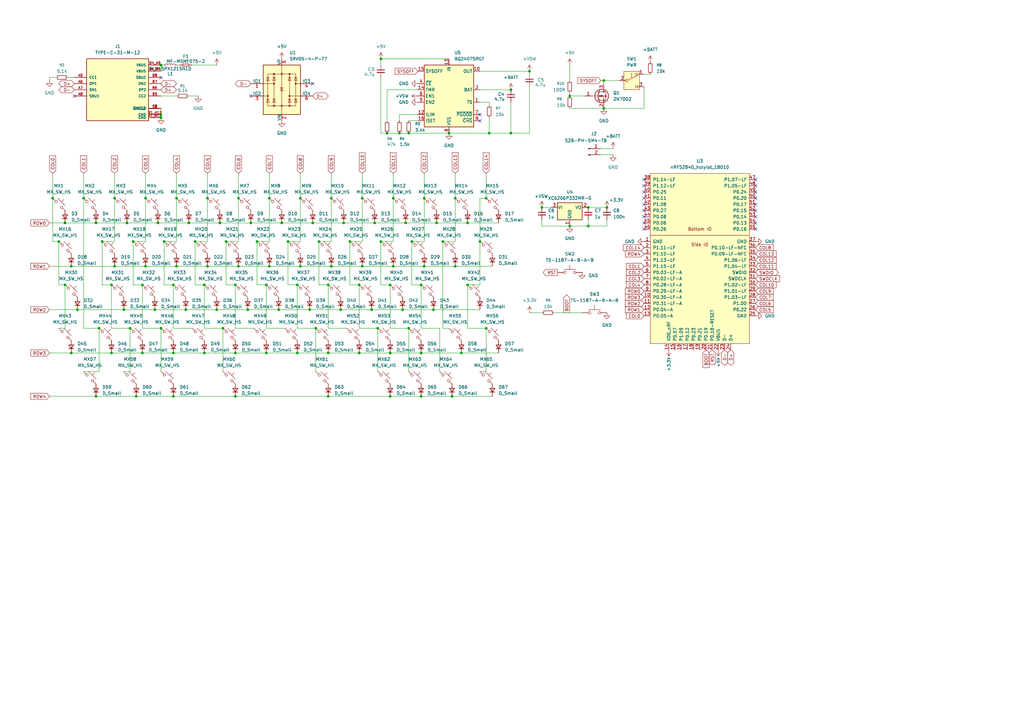
<source format=kicad_sch>
(kicad_sch (version 20250114) (generator "eeschema") (generator_version "9.0")
  (paper "A3")
  (junction (at 135.89 109.22))
  (junction (at 134.62 162.56))
  (junction (at 105.41 99.06))
  (junction (at 152.4 127))
  (junction (at 59.69 109.22))
  (junction (at 66.04 134.62))
  (junction (at 88.9 127))
  (junction (at 173.99 109.22))
  (junction (at 172.72 162.56))
  (junction (at 134.62 116.84))
  (junction (at 139.7 127))
  (junction (at 85.09 109.22))
  (junction (at 147.32 144.78))
  (junction (at 247.65 33.02))
  (junction (at 115.57 91.44))
  (junction (at 63.5 127))
  (junction (at 40.64 134.62))
  (junction (at 185.42 162.56))
  (junction (at 154.94 134.62))
  (junction (at 233.68 39.37))
  (junction (at 167.64 134.62))
  (junction (at 241.3 85.09))
  (junction (at 83.82 144.78))
  (junction (at 217.17 29.21))
  (junction (at 67.31 99.06))
  (junction (at 96.52 144.78))
  (junction (at 209.55 54.61))
  (junction (at 161.29 109.22))
  (junction (at 135.89 81.28))
  (junction (at 156.21 24.13))
  (junction (at 147.32 116.84))
  (junction (at 248.92 85.09))
  (junction (at 128.27 91.44))
  (junction (at 121.92 144.78))
  (junction (at 156.21 99.06))
  (junction (at 92.71 99.06))
  (junction (at 148.59 81.28))
  (junction (at 168.91 99.06))
  (junction (at 77.47 91.44))
  (junction (at 34.29 81.28))
  (junction (at 114.3 127))
  (junction (at 160.02 144.78))
  (junction (at 110.49 109.22))
  (junction (at 50.8 127))
  (junction (at 109.22 144.78))
  (junction (at 173.99 81.28))
  (junction (at 134.62 144.78))
  (junction (at 222.25 85.09))
  (junction (at 109.22 116.84))
  (junction (at 184.15 54.61))
  (junction (at 53.34 134.62))
  (junction (at 241.3 92.71))
  (junction (at 209.55 36.83))
  (junction (at 158.75 54.61))
  (junction (at 26.67 91.44))
  (junction (at 160.02 162.56))
  (junction (at 66.04 48.26))
  (junction (at 148.59 109.22))
  (junction (at 165.1 127))
  (junction (at 143.51 99.06))
  (junction (at 199.39 81.28))
  (junction (at 24.13 99.06))
  (junction (at 45.72 116.84))
  (junction (at 177.8 127))
  (junction (at 52.07 91.44))
  (junction (at 200.66 54.61))
  (junction (at 189.23 144.78))
  (junction (at 167.64 54.61))
  (junction (at 118.11 99.06))
  (junction (at 39.37 162.56))
  (junction (at 29.21 144.78))
  (junction (at 140.97 91.44))
  (junction (at 29.21 109.22))
  (junction (at 97.79 81.28))
  (junction (at 26.67 116.84))
  (junction (at 58.42 144.78))
  (junction (at 39.37 91.44))
  (junction (at 129.54 134.62))
  (junction (at 45.72 144.78))
  (junction (at 59.69 81.28))
  (junction (at 55.88 162.56))
  (junction (at 130.81 99.06))
  (junction (at 83.82 116.84))
  (junction (at 76.2 127))
  (junction (at 233.68 92.71))
  (junction (at 172.72 144.78))
  (junction (at 160.02 116.84))
  (junction (at 72.39 81.28))
  (junction (at 102.87 91.44))
  (junction (at 247.65 44.45))
  (junction (at 123.19 81.28))
  (junction (at 191.77 91.44))
  (junction (at 90.17 91.44))
  (junction (at 71.12 116.84))
  (junction (at 97.79 109.22))
  (junction (at 161.29 81.28))
  (junction (at 80.01 99.06))
  (junction (at 91.44 134.62))
  (junction (at 186.69 109.22))
  (junction (at 181.61 99.06))
  (junction (at 41.91 99.06))
  (junction (at 101.6 127))
  (junction (at 186.69 81.28))
  (junction (at 179.07 91.44))
  (junction (at 66.04 26.67))
  (junction (at 96.52 162.56))
  (junction (at 191.77 116.84))
  (junction (at 71.12 144.78))
  (junction (at 123.19 109.22))
  (junction (at 127 127))
  (junction (at 46.99 109.22))
  (junction (at 153.67 91.44))
  (junction (at 66.04 46.99))
  (junction (at 54.61 99.06))
  (junction (at 96.52 116.84))
  (junction (at 31.75 127))
  (junction (at 64.77 91.44))
  (junction (at 121.92 116.84))
  (junction (at 21.59 81.28))
  (junction (at 85.09 81.28))
  (junction (at 199.39 134.62))
  (junction (at 58.42 116.84))
  (junction (at 196.85 99.06))
  (junction (at 46.99 81.28))
  (junction (at 71.12 162.56))
  (junction (at 166.37 91.44))
  (junction (at 110.49 81.28))
  (junction (at 72.39 109.22))
  (junction (at 172.72 116.84))
  (junction (at 163.83 54.61))
  (no_connect (at 309.88 86.36))
  (no_connect (at 264.16 76.2))
  (no_connect (at 66.04 31.75))
  (no_connect (at 309.88 73.66))
  (no_connect (at 309.88 88.9))
  (no_connect (at 102.87 39.37))
  (no_connect (at 264.16 81.28))
  (no_connect (at 309.88 78.74))
  (no_connect (at 309.88 81.28))
  (no_connect (at 309.88 91.44))
  (no_connect (at 309.88 93.98))
  (no_connect (at 264.16 91.44))
  (no_connect (at 264.16 78.74))
  (no_connect (at 309.88 83.82))
  (no_connect (at 196.85 49.53))
  (no_connect (at 264.16 73.66))
  (no_connect (at 128.27 34.29))
  (no_connect (at 30.48 39.37))
  (no_connect (at 264.16 93.98))
  (no_connect (at 196.85 46.99))
  (no_connect (at 309.88 76.2))
  (no_connect (at 264.16 83.82))
  (no_connect (at 264.16 86.36))
  (no_connect (at 264.16 88.9))
  (wire (pts (xy 200.66 41.91) (xy 200.66 43.18)))
  (wire (pts (xy 135.89 71.12) (xy 135.89 81.28)))
  (wire (pts (xy 173.99 71.12) (xy 173.99 81.28)))
  (wire (pts (xy 34.29 71.12) (xy 34.29 81.28)))
  (wire (pts (xy 156.21 31.75) (xy 156.21 54.61)))
  (wire (pts (xy 200.66 54.61) (xy 209.55 54.61)))
  (wire (pts (xy 92.71 99.06) (xy 92.71 116.84)))
  (wire (pts (xy 168.91 116.84) (xy 172.72 116.84)))
  (wire (pts (xy 160.02 116.84) (xy 160.02 134.62)))
  (wire (pts (xy 134.62 144.78) (xy 147.32 144.78)))
  (wire (pts (xy 196.85 99.06) (xy 196.85 116.84)))
  (wire (pts (xy 85.09 109.22) (xy 97.79 109.22)))
  (wire (pts (xy 59.69 109.22) (xy 72.39 109.22)))
  (wire (pts (xy 20.32 31.75) (xy 22.86 31.75)))
  (wire (pts (xy 152.4 127) (xy 165.1 127)))
  (wire (pts (xy 105.41 99.06) (xy 110.49 99.06)))
  (wire (pts (xy 173.99 81.28) (xy 173.99 99.06)))
  (wire (pts (xy 233.68 44.45) (xy 247.65 44.45)))
  (wire (pts (xy 247.65 33.02) (xy 254 33.02)))
  (wire (pts (xy 39.37 91.44) (xy 52.07 91.44)))
  (wire (pts (xy 191.77 116.84) (xy 191.77 134.62)))
  (wire (pts (xy 251.46 60.96) (xy 246.38 60.96)))
  (wire (pts (xy 160.02 144.78) (xy 172.72 144.78)))
  (wire (pts (xy 161.29 109.22) (xy 173.99 109.22)))
  (wire (pts (xy 233.68 38.1) (xy 233.68 39.37)))
  (wire (pts (xy 196.85 81.28) (xy 199.39 81.28)))
  (wire (pts (xy 67.31 99.06) (xy 72.39 99.06)))
  (wire (pts (xy 78.74 26.67) (xy 88.9 26.67)))
  (wire (pts (xy 45.72 144.78) (xy 58.42 144.78)))
  (wire (pts (xy 53.34 152.4) (xy 50.8 152.4)))
  (wire (pts (xy 147.32 144.78) (xy 160.02 144.78)))
  (wire (pts (xy 53.34 134.62) (xy 53.34 152.4)))
  (wire (pts (xy 66.04 134.62) (xy 66.04 152.4)))
  (wire (pts (xy 20.32 109.22) (xy 29.21 109.22)))
  (wire (pts (xy 129.54 134.62) (xy 129.54 152.4)))
  (wire (pts (xy 135.89 109.22) (xy 148.59 109.22)))
  (wire (pts (xy 77.47 39.37) (xy 81.28 39.37)))
  (wire (pts (xy 96.52 162.56) (xy 134.62 162.56)))
  (wire (pts (xy 196.85 116.84) (xy 191.77 116.84)))
  (wire (pts (xy 20.32 144.78) (xy 29.21 144.78)))
  (wire (pts (xy 26.67 116.84) (xy 26.67 134.62)))
  (wire (pts (xy 109.22 144.78) (xy 121.92 144.78)))
  (wire (pts (xy 45.72 134.62) (xy 53.34 134.62)))
  (wire (pts (xy 161.29 71.12) (xy 161.29 81.28)))
  (wire (pts (xy 156.21 99.06) (xy 161.29 99.06)))
  (wire (pts (xy 92.71 116.84) (xy 96.52 116.84)))
  (wire (pts (xy 156.21 24.13) (xy 156.21 26.67)))
  (wire (pts (xy 21.59 99.06) (xy 24.13 99.06)))
  (wire (pts (xy 139.7 127) (xy 152.4 127)))
  (wire (pts (xy 118.11 99.06) (xy 118.11 116.84)))
  (wire (pts (xy 21.59 81.28) (xy 21.59 99.06)))
  (wire (pts (xy 20.32 33.02) (xy 20.32 31.75)))
  (wire (pts (xy 46.99 81.28) (xy 46.99 99.06)))
  (wire (pts (xy 189.23 144.78) (xy 204.47 144.78)))
  (wire (pts (xy 114.3 127) (xy 127 127)))
  (wire (pts (xy 130.81 99.06) (xy 135.89 99.06)))
  (wire (pts (xy 134.62 116.84) (xy 134.62 134.62)))
  (wire (pts (xy 66.04 26.67) (xy 67.31 26.67)))
  (wire (pts (xy 153.67 91.44) (xy 166.37 91.44)))
  (wire (pts (xy 26.67 134.62) (xy 24.13 134.62)))
  (wire (pts (xy 121.92 134.62) (xy 129.54 134.62)))
  (wire (pts (xy 247.65 33.02) (xy 247.65 34.29)))
  (wire (pts (xy 83.82 134.62) (xy 91.44 134.62)))
  (wire (pts (xy 148.59 71.12) (xy 148.59 81.28)))
  (wire (pts (xy 80.01 116.84) (xy 83.82 116.84)))
  (wire (pts (xy 29.21 144.78) (xy 45.72 144.78)))
  (wire (pts (xy 199.39 152.4) (xy 196.85 152.4)))
  (wire (pts (xy 140.97 91.44) (xy 153.67 91.44)))
  (wire (pts (xy 105.41 116.84) (xy 109.22 116.84)))
  (wire (pts (xy 196.85 81.28) (xy 196.85 99.06)))
  (wire (pts (xy 154.94 134.62) (xy 154.94 152.4)))
  (wire (pts (xy 264.16 35.56) (xy 264.16 44.45)))
  (wire (pts (xy 185.42 162.56) (xy 201.93 162.56)))
  (wire (pts (xy 172.72 134.62) (xy 180.34 134.62)))
  (wire (pts (xy 24.13 99.06) (xy 24.13 116.84)))
  (wire (pts (xy 222.25 92.71) (xy 233.68 92.71)))
  (wire (pts (xy 58.42 144.78) (xy 71.12 144.78)))
  (wire (pts (xy 66.04 26.67) (xy 66.04 29.21)))
  (wire (pts (xy 27.94 31.75) (xy 30.48 31.75)))
  (wire (pts (xy 71.12 134.62) (xy 78.74 134.62)))
  (wire (pts (xy 83.82 144.78) (xy 96.52 144.78)))
  (wire (pts (xy 34.29 81.28) (xy 34.29 134.62)))
  (wire (pts (xy 171.45 46.99) (xy 163.83 46.99)))
  (wire (pts (xy 45.72 116.84) (xy 45.72 134.62)))
  (wire (pts (xy 179.07 91.44) (xy 191.77 91.44)))
  (wire (pts (xy 90.17 91.44) (xy 102.87 91.44)))
  (wire (pts (xy 166.37 91.44) (xy 179.07 91.44)))
  (wire (pts (xy 196.85 36.83) (xy 209.55 36.83)))
  (wire (pts (xy 172.72 144.78) (xy 189.23 144.78)))
  (wire (pts (xy 67.31 116.84) (xy 71.12 116.84)))
  (wire (pts (xy 123.19 71.12) (xy 123.19 81.28)))
  (wire (pts (xy 134.62 134.62) (xy 142.24 134.62)))
  (wire (pts (xy 39.37 162.56) (xy 55.88 162.56)))
  (wire (pts (xy 199.39 134.62) (xy 199.39 152.4)))
  (wire (pts (xy 158.75 36.83) (xy 158.75 49.53)))
  (wire (pts (xy 196.85 41.91) (xy 200.66 41.91)))
  (wire (pts (xy 121.92 116.84) (xy 121.92 134.62)))
  (wire (pts (xy 156.21 116.84) (xy 160.02 116.84)))
  (wire (pts (xy 97.79 81.28) (xy 97.79 99.06)))
  (wire (pts (xy 46.99 71.12) (xy 46.99 81.28)))
  (wire (pts (xy 147.32 134.62) (xy 154.94 134.62)))
  (wire (pts (xy 196.85 29.21) (xy 217.17 29.21)))
  (wire (pts (xy 165.1 127) (xy 177.8 127)))
  (wire (pts (xy 148.59 81.28) (xy 148.59 99.06)))
  (wire (pts (xy 186.69 71.12) (xy 186.69 81.28)))
  (wire (pts (xy 80.01 99.06) (xy 85.09 99.06)))
  (wire (pts (xy 199.39 71.12) (xy 199.39 81.28)))
  (wire (pts (xy 246.38 63.5) (xy 251.46 63.5)))
  (wire (pts (xy 191.77 134.62) (xy 199.39 134.62)))
  (wire (pts (xy 97.79 109.22) (xy 110.49 109.22)))
  (wire (pts (xy 241.3 92.71) (xy 248.92 92.71)))
  (wire (pts (xy 128.27 91.44) (xy 140.97 91.44)))
  (wire (pts (xy 163.83 46.99) (xy 163.83 49.53)))
  (wire (pts (xy 63.5 127) (xy 76.2 127)))
  (wire (pts (xy 209.55 41.91) (xy 209.55 54.61)))
  (wire (pts (xy 109.22 116.84) (xy 109.22 134.62)))
  (wire (pts (xy 222.25 85.09) (xy 226.06 85.09)))
  (wire (pts (xy 55.88 162.56) (xy 71.12 162.56)))
  (wire (pts (xy 118.11 99.06) (xy 123.19 99.06)))
  (wire (pts (xy 71.12 144.78) (xy 83.82 144.78)))
  (wire (pts (xy 52.07 91.44) (xy 64.77 91.44)))
  (wire (pts (xy 71.12 162.56) (xy 96.52 162.56)))
  (wire (pts (xy 123.19 81.28) (xy 123.19 99.06)))
  (wire (pts (xy 54.61 99.06) (xy 59.69 99.06)))
  (wire (pts (xy 41.91 99.06) (xy 41.91 116.84)))
  (wire (pts (xy 134.62 162.56) (xy 160.02 162.56)))
  (wire (pts (xy 264.16 30.48) (xy 266.7 30.48)))
  (wire (pts (xy 59.69 81.28) (xy 59.69 99.06)))
  (wire (pts (xy 241.3 90.17) (xy 241.3 92.71)))
  (wire (pts (xy 72.39 71.12) (xy 72.39 81.28)))
  (wire (pts (xy 191.77 91.44) (xy 204.47 91.44)))
  (wire (pts (xy 172.72 162.56) (xy 185.42 162.56)))
  (wire (pts (xy 147.32 116.84) (xy 147.32 134.62)))
  (wire (pts (xy 172.72 116.84) (xy 172.72 134.62)))
  (wire (pts (xy 26.67 91.44) (xy 39.37 91.44)))
  (wire (pts (xy 20.32 91.44) (xy 26.67 91.44)))
  (wire (pts (xy 241.3 85.09) (xy 248.92 85.09)))
  (wire (pts (xy 163.83 54.61) (xy 167.64 54.61)))
  (wire (pts (xy 88.9 127) (xy 101.6 127)))
  (wire (pts (xy 80.01 99.06) (xy 80.01 116.84)))
  (wire (pts (xy 21.59 71.12) (xy 21.59 81.28)))
  (wire (pts (xy 233.68 26.67) (xy 233.68 33.02)))
  (wire (pts (xy 143.51 99.06) (xy 143.51 116.84)))
  (wire (pts (xy 34.29 134.62) (xy 40.64 134.62)))
  (wire (pts (xy 130.81 116.84) (xy 134.62 116.84)))
  (wire (pts (xy 246.38 33.02) (xy 247.65 33.02)))
  (wire (pts (xy 54.61 116.84) (xy 58.42 116.84)))
  (wire (pts (xy 227.33 128.27) (xy 238.76 128.27)))
  (wire (pts (xy 83.82 116.84) (xy 83.82 134.62)))
  (wire (pts (xy 101.6 127) (xy 114.3 127)))
  (wire (pts (xy 20.32 162.56) (xy 39.37 162.56)))
  (wire (pts (xy 41.91 116.84) (xy 45.72 116.84)))
  (wire (pts (xy 177.8 127) (xy 196.85 127)))
  (wire (pts (xy 156.21 99.06) (xy 156.21 116.84)))
  (wire (pts (xy 109.22 134.62) (xy 116.84 134.62)))
  (wire (pts (xy 96.52 116.84) (xy 96.52 134.62)))
  (wire (pts (xy 181.61 134.62) (xy 184.15 134.62)))
  (wire (pts (xy 186.69 99.06) (xy 181.61 99.06)))
  (wire (pts (xy 173.99 109.22) (xy 186.69 109.22)))
  (wire (pts (xy 67.31 99.06) (xy 67.31 116.84)))
  (wire (pts (xy 148.59 109.22) (xy 161.29 109.22)))
  (wire (pts (xy 160.02 134.62) (xy 167.64 134.62)))
  (wire (pts (xy 58.42 134.62) (xy 66.04 134.62)))
  (wire (pts (xy 121.92 144.78) (xy 134.62 144.78)))
  (wire (pts (xy 161.29 81.28) (xy 161.29 99.06)))
  (wire (pts (xy 66.04 39.37) (xy 72.39 39.37)))
  (wire (pts (xy 71.12 116.84) (xy 71.12 134.62)))
  (wire (pts (xy 91.44 134.62) (xy 91.44 152.4)))
  (wire (pts (xy 115.57 91.44) (xy 128.27 91.44)))
  (wire (pts (xy 58.42 116.84) (xy 58.42 134.62)))
  (wire (pts (xy 102.87 91.44) (xy 115.57 91.44)))
  (wire (pts (xy 135.89 81.28) (xy 135.89 99.06)))
  (wire (pts (xy 186.69 109.22) (xy 201.93 109.22)))
  (wire (pts (xy 76.2 127) (xy 88.9 127)))
  (wire (pts (xy 217.17 128.27) (xy 222.25 128.27)))
  (wire (pts (xy 92.71 99.06) (xy 97.79 99.06)))
  (wire (pts (xy 143.51 99.06) (xy 148.59 99.06)))
  (wire (pts (xy 130.81 99.06) (xy 130.81 116.84)))
  (wire (pts (xy 64.77 91.44) (xy 77.47 91.44)))
  (wire (pts (xy 200.66 54.61) (xy 184.15 54.61)))
  (wire (pts (xy 248.92 90.17) (xy 248.92 92.71)))
  (wire (pts (xy 168.91 99.06) (xy 168.91 116.84)))
  (wire (pts (xy 31.75 127) (xy 50.8 127)))
  (wire (pts (xy 186.69 81.28) (xy 186.69 99.06)))
  (wire (pts (xy 72.39 109.22) (xy 85.09 109.22)))
  (wire (pts (xy 85.09 81.28) (xy 85.09 99.06)))
  (wire (pts (xy 46.99 109.22) (xy 59.69 109.22)))
  (wire (pts (xy 105.41 99.06) (xy 105.41 116.84)))
  (wire (pts (xy 97.79 71.12) (xy 97.79 81.28)))
  (wire (pts (xy 184.15 24.13) (xy 156.21 24.13)))
  (wire (pts (xy 66.04 46.99) (xy 66.04 48.26)))
  (wire (pts (xy 110.49 109.22) (xy 123.19 109.22)))
  (wire (pts (xy 171.45 49.53) (xy 167.64 49.53)))
  (wire (pts (xy 217.17 29.21) (xy 217.17 30.48)))
  (wire (pts (xy 143.51 116.84) (xy 147.32 116.84)))
  (wire (pts (xy 264.16 44.45) (xy 247.65 44.45)))
  (wire (pts (xy 24.13 116.84) (xy 26.67 116.84)))
  (wire (pts (xy 40.64 152.4) (xy 34.29 152.4)))
  (wire (pts (xy 180.34 134.62) (xy 180.34 152.4)))
  (wire (pts (xy 118.11 116.84) (xy 121.92 116.84)))
  (wire (pts (xy 110.49 71.12) (xy 110.49 81.28)))
  (wire (pts (xy 72.39 26.67) (xy 73.66 26.67)))
  (wire (pts (xy 29.21 109.22) (xy 46.99 109.22)))
  (wire (pts (xy 40.64 134.62) (xy 40.64 152.4)))
  (wire (pts (xy 160.02 162.56) (xy 172.72 162.56)))
  (wire (pts (xy 158.75 54.61) (xy 163.83 54.61)))
  (wire (pts (xy 233.68 92.71) (xy 241.3 92.71)))
  (wire (pts (xy 171.45 36.83) (xy 158.75 36.83)))
  (wire (pts (xy 41.91 99.06) (xy 46.99 99.06)))
  (wire (pts (xy 50.8 127) (xy 63.5 127)))
  (wire (pts (xy 66.04 44.45) (xy 66.04 46.99)))
  (wire (pts (xy 96.52 134.62) (xy 104.14 134.62)))
  (wire (pts (xy 20.32 127) (xy 31.75 127)))
  (wire (pts (xy 54.61 99.06) (xy 54.61 116.84)))
  (wire (pts (xy 85.09 71.12) (xy 85.09 81.28)))
  (wire (pts (xy 217.17 35.56) (xy 217.17 54.61)))
  (wire (pts (xy 200.66 48.26) (xy 200.66 54.61)))
  (wire (pts (xy 222.25 90.17) (xy 222.25 92.71)))
  (wire (pts (xy 110.49 81.28) (xy 110.49 99.06)))
  (wire (pts (xy 167.64 134.62) (xy 167.64 152.4)))
  (wire (pts (xy 181.61 99.06) (xy 181.61 134.62)))
  (wire (pts (xy 168.91 99.06) (xy 173.99 99.06)))
  (wire (pts (xy 72.39 81.28) (xy 72.39 99.06)))
  (wire (pts (xy 77.47 91.44) (xy 90.17 91.44)))
  (wire (pts (xy 123.19 109.22) (xy 135.89 109.22)))
  (wire (pts (xy 156.21 54.61) (xy 158.75 54.61)))
  (wire (pts (xy 59.69 71.12) (xy 59.69 81.28)))
  (wire (pts (xy 127 127) (xy 139.7 127)))
  (wire (pts (xy 217.17 54.61) (xy 209.55 54.61)))
  (wire (pts (xy 233.68 39.37) (xy 240.03 39.37)))
  (wire (pts (xy 96.52 144.78) (xy 109.22 144.78)))
  (wire (pts (xy 167.64 54.61) (xy 184.15 54.61)))
  (global_label "ROW4" (shape input) (at 264.16 104.14 180) (property "Intersheetrefs" "${INTERSHEET_REFS}" (effects (hide yes))))
  (global_label "SWDCLK" (shape input) (at 309.88 114.3 0) (property "Intersheetrefs" "${INTERSHEET_REFS}" (effects (hide yes))))
  (global_label "COL1" (shape input) (at 34.29 71.12 90) (property "Intersheetrefs" "${INTERSHEET_REFS}" (effects (hide yes))))
  (global_label "COL5" (shape input) (at 309.88 127 0) (property "Intersheetrefs" "${INTERSHEET_REFS}" (effects (hide yes))))
  (global_label "D+" (shape bidirectional) (at 299.72 143.51 270) (property "Intersheetrefs" "${INTERSHEET_REFS}" (effects (hide yes))))
  (global_label "COL14" (shape input) (at 264.16 101.6 180) (property "Intersheetrefs" "${INTERSHEET_REFS}" (effects (hide yes))))
  (global_label "COL3" (shape input) (at 264.16 114.3 180) (property "Intersheetrefs" "${INTERSHEET_REFS}" (effects (hide yes))))
  (global_label "COL4" (shape input) (at 72.39 71.12 90) (property "Intersheetrefs" "${INTERSHEET_REFS}" (effects (hide yes))))
  (global_label "COL0" (shape input) (at 264.16 129.54 180) (property "Intersheetrefs" "${INTERSHEET_REFS}" (effects (hide yes))))
  (global_label "COL7" (shape input) (at 309.88 121.92 0) (property "Intersheetrefs" "${INTERSHEET_REFS}" (effects (hide yes))))
  (global_label "COL7" (shape input) (at 110.49 71.12 90) (property "Intersheetrefs" "${INTERSHEET_REFS}" (effects (hide yes))))
  (global_label "COL5" (shape input) (at 85.09 71.12 90) (property "Intersheetrefs" "${INTERSHEET_REFS}" (effects (hide yes))))
  (global_label "D+" (shape bidirectional) (at 66.04 36.83 0) (property "Intersheetrefs" "${INTERSHEET_REFS}" (effects (hide yes))))
  (global_label "ROW0" (shape input) (at 264.16 119.38 180) (property "Intersheetrefs" "${INTERSHEET_REFS}" (effects (hide yes))))
  (global_label "COL3" (shape input) (at 59.69 71.12 90) (property "Intersheetrefs" "${INTERSHEET_REFS}" (effects (hide yes))))
  (global_label "COL13" (shape input) (at 309.88 104.14 0) (property "Intersheetrefs" "${INTERSHEET_REFS}" (effects (hide yes))))
  (global_label "COL12" (shape input) (at 173.99 71.12 90) (property "Intersheetrefs" "${INTERSHEET_REFS}" (effects (hide yes))))
  (global_label "COL10" (shape input) (at 309.88 116.84 0) (property "Intersheetrefs" "${INTERSHEET_REFS}" (effects (hide yes))))
  (global_label "COL13" (shape input) (at 186.69 71.12 90) (property "Intersheetrefs" "${INTERSHEET_REFS}" (effects (hide yes))))
  (global_label "COL2" (shape input) (at 46.99 71.12 90) (property "Intersheetrefs" "${INTERSHEET_REFS}" (effects (hide yes))))
  (global_label "COL0" (shape input) (at 21.59 71.12 90) (property "Intersheetrefs" "${INTERSHEET_REFS}" (effects (hide yes))))
  (global_label "COL8" (shape input) (at 309.88 101.6 0) (property "Intersheetrefs" "${INTERSHEET_REFS}" (effects (hide yes))))
  (global_label "COL12" (shape input) (at 309.88 106.68 0) (property "Intersheetrefs" "${INTERSHEET_REFS}" (effects (hide yes))))
  (global_label "COL9" (shape input) (at 135.89 71.12 90) (property "Intersheetrefs" "${INTERSHEET_REFS}" (effects (hide yes))))
  (global_label "COL11" (shape input) (at 161.29 71.12 90) (property "Intersheetrefs" "${INTERSHEET_REFS}" (effects (hide yes))))
  (global_label "COL10" (shape input) (at 148.59 71.12 90) (property "Intersheetrefs" "${INTERSHEET_REFS}" (effects (hide yes))))
  (global_label "SWDIO" (shape bidirectional) (at 309.88 111.76 0) (property "Intersheetrefs" "${INTERSHEET_REFS}" (effects (hide yes))))
  (global_label "ROW3" (shape input) (at 20.32 144.78 180) (property "Intersheetrefs" "${INTERSHEET_REFS}" (effects (hide yes))))
  (global_label "D-" (shape bidirectional) (at 66.04 34.29 0) (property "Intersheetrefs" "${INTERSHEET_REFS}" (effects (hide yes))))
  (global_label "COL6" (shape input) (at 309.88 124.46 0) (property "Intersheetrefs" "${INTERSHEET_REFS}" (effects (hide yes))))
  (global_label "SYSOFF" (shape input) (at 171.45 29.21 180) (property "Intersheetrefs" "${INTERSHEET_REFS}" (effects (hide yes))))
  (global_label "D+" (shape bidirectional) (at 128.27 39.37 0) (property "Intersheetrefs" "${INTERSHEET_REFS}" (effects (hide yes))))
  (global_label "ROW0" (shape input) (at 20.32 91.44 180) (property "Intersheetrefs" "${INTERSHEET_REFS}" (effects (hide yes))))
  (global_label "SYSOFF" (shape input) (at 246.38 33.02 180) (property "Intersheetrefs" "${INTERSHEET_REFS}" (effects (hide yes))))
  (global_label "D-" (shape bidirectional) (at 102.87 34.29 180) (property "Intersheetrefs" "${INTERSHEET_REFS}" (effects (hide yes))))
  (global_label "RST" (shape output) (at 228.6 111.76 180) (property "Intersheetrefs" "${INTERSHEET_REFS}" (effects (hide yes))))
  (global_label "ROW2" (shape input) (at 20.32 127 180) (property "Intersheetrefs" "${INTERSHEET_REFS}" (effects (hide yes))))
  (global_label "D-" (shape bidirectional) (at 297.18 143.51 270) (property "Intersheetrefs" "${INTERSHEET_REFS}" (effects (hide yes))))
  (global_label "BOOT" (shape input) (at 289.56 143.51 270) (property "Intersheetrefs" "${INTERSHEET_REFS}" (effects (hide yes))))
  (global_label "ROW1" (shape input) (at 264.16 127 180) (property "Intersheetrefs" "${INTERSHEET_REFS}" (effects (hide yes))))
  (global_label "COL14" (shape input) (at 199.39 71.12 90) (property "Intersheetrefs" "${INTERSHEET_REFS}" (effects (hide yes))))
  (global_label "COL9" (shape input) (at 309.88 119.38 0) (property "Intersheetrefs" "${INTERSHEET_REFS}" (effects (hide yes))))
  (global_label "RST" (shape input) (at 292.1 143.51 270) (property "Intersheetrefs" "${INTERSHEET_REFS}" (effects (hide yes))))
  (global_label "COL8" (shape input) (at 123.19 71.12 90) (property "Intersheetrefs" "${INTERSHEET_REFS}" (effects (hide yes))))
  (global_label "ROW1" (shape input) (at 20.32 109.22 180) (property "Intersheetrefs" "${INTERSHEET_REFS}" (effects (hide yes))))
  (global_label "COL2" (shape input) (at 264.16 111.76 180) (property "Intersheetrefs" "${INTERSHEET_REFS}" (effects (hide yes))))
  (global_label "ROW2" (shape input) (at 264.16 124.46 180) (property "Intersheetrefs" "${INTERSHEET_REFS}" (effects (hide yes))))
  (global_label "COL6" (shape input) (at 97.79 71.12 90) (property "Intersheetrefs" "${INTERSHEET_REFS}" (effects (hide yes))))
  (global_label "COL11" (shape input) (at 309.88 109.22 0) (property "Intersheetrefs" "${INTERSHEET_REFS}" (effects (hide yes))))
  (global_label "D+" (shape bidirectional) (at 30.48 34.29 180) (property "Intersheetrefs" "${INTERSHEET_REFS}" (effects (hide yes))))
  (global_label "COL4" (shape input) (at 264.16 116.84 180) (property "Intersheetrefs" "${INTERSHEET_REFS}" (effects (hide yes))))
  (global_label "D-" (shape bidirectional) (at 30.48 36.83 180) (property "Intersheetrefs" "${INTERSHEET_REFS}" (effects (hide yes))))
  (global_label "BOOT" (shape output) (at 232.41 128.27 90) (property "Intersheetrefs" "${INTERSHEET_REFS}" (effects (hide yes))))
  (global_label "ROW3" (shape input) (at 264.16 121.92 180) (property "Intersheetrefs" "${INTERSHEET_REFS}" (effects (hide yes))))
  (global_label "COL1" (shape input) (at 264.16 109.22 180) (property "Intersheetrefs" "${INTERSHEET_REFS}" (effects (hide yes))))
  (global_label "ROW4" (shape input) (at 20.32 162.56 180) (property "Intersheetrefs" "${INTERSHEET_REFS}" (effects (hide yes))))
  (symbol (lib_id "power:+5V") (at 88.9 26.67 0) (unit 1)
    (property "Reference" "#PWR04" (effects (hide yes)))
    (property "Value" "+5V" (at 88.9 21.59 0))
    (property "Description" "Power symbol creates a global label with name \"+5V\"" (effects (hide yes)))
  )
  (symbol (lib_id "marbastlib-mx:MX_SW_HS_CPG151101S11") (at 186.69 137.16 0) (unit 1)
    (property "Reference" "MX55" (at 186.69 129.54 0))
    (property "Value" "MX_SW_HS" (at 186.69 132.08 0))
    (property "Footprint" "marbastlib-mx:SW_MX_HS_CPG151101S11_1u" (effects (hide yes)))
    (property "Description" "Push button switch, normally open, two pins, 45° tilted, Kailh CPG151101S11 for Cherry MX style switches" (effects (hide yes)))
  )
  (symbol (lib_id "Device:D_Small") (at 83.82 142.24 90) (unit 1)
    (property "Reference" "D49" (at 86.36 140.9699 90) (effects (justify right)))
    (property "Value" "D_Small" (at 86.36 143.5099 90) (effects (justify right)))
    (property "Footprint" "Diode_SMD:D_SOD-123" (effects (hide yes)))
    (property "Description" "Diode, small symbol" (effects (hide yes)))
    (property "Sim.Device" "D" (effects (hide yes)))
    (property "Sim.Pins" "1=K 2=A" (effects (hide yes)))
  )
  (symbol (lib_id "marbastlib-mx:MX_SW_HS_CPG151101S11") (at 199.39 101.6 0) (unit 1)
    (property "Reference" "MX29" (at 199.39 93.98 0))
    (property "Value" "MX_SW_HS" (at 199.39 96.52 0))
    (property "Footprint" "marbastlib-mx:SW_MX_HS_CPG151101S11_1u" (effects (hide yes)))
    (property "Description" "Push button switch, normally open, two pins, 45° tilted, Kailh CPG151101S11 for Cherry MX style switches" (effects (hide yes)))
  )
  (symbol (lib_id "base:nRF52840_holyiot_18010") (at 287.02 96.52 0) (unit 1)
    (property "Reference" "U3" (at 287.02 66.04 0))
    (property "Value" "nRF52840_holyiot_18010" (at 287.02 68.58 0))
    (property "Footprint" "marbastlib-various:nRF52840_holyiot_18010" (effects (hide yes)))
    (property "Datasheet" "http://www.holyiot.com/tp/2019042516322180424.pdf" (effects (hide yes)))
  )
  (symbol (lib_id "Device:D_Small") (at 50.8 124.46 90) (unit 1)
    (property "Reference" "D33" (at 53.34 123.1899 90) (effects (justify right)))
    (property "Value" "D_Small" (at 53.34 125.7299 90) (effects (justify right)))
    (property "Footprint" "Diode_SMD:D_SOD-123" (effects (hide yes)))
    (property "Description" "Diode, small symbol" (effects (hide yes)))
    (property "Sim.Device" "D" (effects (hide yes)))
    (property "Sim.Pins" "1=K 2=A" (effects (hide yes)))
  )
  (symbol (lib_id "marbastlib-mx:MX_SW_HS_CPG151101S11") (at 87.63 83.82 0) (unit 1)
    (property "Reference" "MX6" (at 87.63 76.2 0))
    (property "Value" "MX_SW_HS" (at 87.63 78.74 0))
    (property "Footprint" "marbastlib-mx:SW_MX_HS_CPG151101S11_1u" (effects (hide yes)))
    (property "Description" "Push button switch, normally open, two pins, 45° tilted, Kailh CPG151101S11 for Cherry MX style switches" (effects (hide yes)))
  )
  (symbol (lib_id "marbastlib-mx:MX_SW_HS_CPG151101S11") (at 36.83 154.94 0) (unit 1)
    (property "Reference" "MX57" (at 36.83 147.32 0))
    (property "Value" "MX_SW_HS" (at 36.83 149.86 0))
    (property "Footprint" "marbastlib-mx:SW_MX_HS_CPG151101S11_1u" (effects (hide yes)))
    (property "Description" "Push button switch, normally open, two pins, 45° tilted, Kailh CPG151101S11 for Cherry MX style switches" (effects (hide yes)))
  )
  (symbol (lib_id "Device:D_Small") (at 39.37 160.02 90) (unit 1)
    (property "Reference" "D59" (at 41.91 158.7499 90) (effects (justify right)))
    (property "Value" "D_Small" (at 41.91 161.2899 90) (effects (justify right)))
    (property "Footprint" "Diode_SMD:D_SOD-123" (effects (hide yes)))
    (property "Description" "Diode, small symbol" (effects (hide yes)))
    (property "Sim.Device" "D" (effects (hide yes)))
    (property "Sim.Pins" "1=K 2=A" (effects (hide yes)))
  )
  (symbol (lib_id "marbastlib-mx:MX_SW_HS_CPG151101S11") (at 60.96 119.38 0) (unit 1)
    (property "Reference" "MX32" (at 60.96 111.76 0))
    (property "Value" "MX_SW_HS" (at 60.96 114.3 0))
    (property "Footprint" "marbastlib-mx:SW_MX_HS_CPG151101S11_1u" (effects (hide yes)))
    (property "Description" "Push button switch, normally open, two pins, 45° tilted, Kailh CPG151101S11 for Cherry MX style switches" (effects (hide yes)))
  )
  (symbol (lib_id "marbastlib-mx:MX_SW_HS_CPG151101S11") (at 199.39 154.94 0) (unit 1)
    (property "Reference" "MX65" (at 199.39 147.32 0))
    (property "Value" "MX_SW_HS" (at 199.39 149.86 0))
    (property "Footprint" "marbastlib-mx:SW_MX_HS_CPG151101S11_1u" (effects (hide yes)))
    (property "Description" "Push button switch, normally open, two pins, 45° tilted, Kailh CPG151101S11 for Cherry MX style switches" (effects (hide yes)))
  )
  (symbol (lib_id "Device:D_Small") (at 165.1 124.46 90) (unit 1)
    (property "Reference" "D42" (at 167.64 123.1899 90) (effects (justify right)))
    (property "Value" "D_Small" (at 167.64 125.7299 90) (effects (justify right)))
    (property "Footprint" "Diode_SMD:D_SOD-123" (effects (hide yes)))
    (property "Description" "Diode, small symbol" (effects (hide yes)))
    (property "Sim.Device" "D" (effects (hide yes)))
    (property "Sim.Pins" "1=K 2=A" (effects (hide yes)))
  )
  (symbol (lib_id "Device:D_Small") (at 204.47 88.9 90) (unit 1)
    (property "Reference" "D17" (at 207.01 87.6299 90) (effects (justify right)))
    (property "Value" "D_Small" (at 207.01 90.1699 90) (effects (justify right)))
    (property "Footprint" "Diode_SMD:D_SOD-123" (effects (hide yes)))
    (property "Description" "Diode, small symbol" (effects (hide yes)))
    (property "Sim.Device" "D" (effects (hide yes)))
    (property "Sim.Pins" "1=K 2=A" (effects (hide yes)))
  )
  (symbol (lib_id "Device:D_Small") (at 177.8 124.46 90) (unit 1)
    (property "Reference" "D43" (at 180.34 123.1899 90) (effects (justify right)))
    (property "Value" "D_Small" (at 180.34 125.7299 90) (effects (justify right)))
    (property "Footprint" "Diode_SMD:D_SOD-123" (effects (hide yes)))
    (property "Description" "Diode, small symbol" (effects (hide yes)))
    (property "Sim.Device" "D" (effects (hide yes)))
    (property "Sim.Pins" "1=K 2=A" (effects (hide yes)))
  )
  (symbol (lib_id "marbastlib-mx:MX_SW_HS_CPG151101S11") (at 74.93 83.82 0) (unit 1)
    (property "Reference" "MX5" (at 74.93 76.2 0))
    (property "Value" "MX_SW_HS" (at 74.93 78.74 0))
    (property "Footprint" "marbastlib-mx:SW_MX_HS_CPG151101S11_1u" (effects (hide yes)))
    (property "Description" "Push button switch, normally open, two pins, 45° tilted, Kailh CPG151101S11 for Cherry MX style switches" (effects (hide yes)))
  )
  (symbol (lib_id "marbastlib-mx:MX_SW_HS_CPG151101S11") (at 162.56 119.38 0) (unit 1)
    (property "Reference" "MX40" (at 162.56 111.76 0))
    (property "Value" "MX_SW_HS" (at 162.56 114.3 0))
    (property "Footprint" "marbastlib-mx:SW_MX_HS_CPG151101S11_1u" (effects (hide yes)))
    (property "Description" "Push button switch, normally open, two pins, 45° tilted, Kailh CPG151101S11 for Cherry MX style switches" (effects (hide yes)))
  )
  (symbol (lib_id "Device:C_Small") (at 156.21 29.21 0) (unit 1)
    (property "Reference" "C3" (at 150.876 28.448 0) (effects (justify left)))
    (property "Value" "4.7u" (at 149.352 30.48 0) (effects (justify left)))
    (property "Footprint" "Capacitor_SMD:C_0402_1005Metric" (effects (hide yes)))
    (property "Description" "Unpolarized capacitor, small symbol" (effects (hide yes)))
  )
  (symbol (lib_id "marbastlib-mx:MX_SW_HS_CPG151101S11") (at 170.18 137.16 0) (unit 1)
    (property "Reference" "MX54" (at 170.18 129.54 0))
    (property "Value" "MX_SW_HS" (at 170.18 132.08 0))
    (property "Footprint" "marbastlib-mx:SW_MX_HS_CPG151101S11_1u" (effects (hide yes)))
    (property "Description" "Push button switch, normally open, two pins, 45° tilted, Kailh CPG151101S11 for Cherry MX style switches" (effects (hide yes)))
  )
  (symbol (lib_id "marbastlib-mx:MX_SW_HS_CPG151101S11") (at 68.58 154.94 0) (unit 1)
    (property "Reference" "MX59" (at 68.58 147.32 0))
    (property "Value" "MX_SW_HS" (at 68.58 149.86 0))
    (property "Footprint" "marbastlib-mx:SW_MX_HS_CPG151101S11_1u" (effects (hide yes)))
    (property "Description" "Push button switch, normally open, two pins, 45° tilted, Kailh CPG151101S11 for Cherry MX style switches" (effects (hide yes)))
  )
  (symbol (lib_id "Device:D_Small") (at 160.02 160.02 90) (unit 1)
    (property "Reference" "D64" (at 162.56 158.7499 90) (effects (justify right)))
    (property "Value" "D_Small" (at 162.56 161.2899 90) (effects (justify right)))
    (property "Footprint" "Diode_SMD:D_SOD-123" (effects (hide yes)))
    (property "Description" "Diode, small symbol" (effects (hide yes)))
    (property "Sim.Device" "D" (effects (hide yes)))
    (property "Sim.Pins" "1=K 2=A" (effects (hide yes)))
  )
  (symbol (lib_id "Device:D_Small") (at 135.89 106.68 90) (unit 1)
    (property "Reference" "D26" (at 138.43 105.4099 90) (effects (justify right)))
    (property "Value" "D_Small" (at 138.43 107.9499 90) (effects (justify right)))
    (property "Footprint" "Diode_SMD:D_SOD-123" (effects (hide yes)))
    (property "Description" "Diode, small symbol" (effects (hide yes)))
    (property "Sim.Device" "D" (effects (hide yes)))
    (property "Sim.Pins" "1=K 2=A" (effects (hide yes)))
  )
  (symbol (lib_id "marbastlib-mx:MX_SW_HS_CPG151101S11") (at 170.18 154.94 0) (unit 1)
    (property "Reference" "MX63" (at 170.18 147.32 0))
    (property "Value" "MX_SW_HS" (at 170.18 149.86 0))
    (property "Footprint" "marbastlib-mx:SW_MX_HS_CPG151101S11_1u" (effects (hide yes)))
    (property "Description" "Push button switch, normally open, two pins, 45° tilted, Kailh CPG151101S11 for Cherry MX style switches" (effects (hide yes)))
  )
  (symbol (lib_id "Connector:Conn_01x02_Pin") (at 241.3 60.96 0) (unit 1)
    (property "Reference" "J2" (at 243.586 54.864 0))
    (property "Value" "S2B-PH-SM4-TB" (at 240.284 57.658 0))
    (property "Footprint" "Connector_JST:JST_PH_S2B-PH-SM4-TB_1x02-1MP_P2.00mm_Horizontal" (effects (hide yes)))
    (property "Description" "Generic connector, single row, 01x02, script generated" (effects (hide yes)))
  )
  (symbol (lib_id "power:+BATT") (at 209.55 36.83 0) (unit 1)
    (property "Reference" "#PWR013" (effects (hide yes)))
    (property "Value" "+BATT" (at 209.55 31.75 0))
    (property "Description" "Power symbol creates a global label with name \"+BATT\"" (effects (hide yes)))
  )
  (symbol (lib_id "marbastlib-mx:MX_SW_HS_CPG151101S11") (at 29.21 119.38 0) (unit 1)
    (property "Reference" "MX30" (at 29.21 111.76 0))
    (property "Value" "MX_SW_HS" (at 29.21 114.3 0))
    (property "Footprint" "marbastlib-mx:SW_MX_HS_CPG151101S11_1u" (effects (hide yes)))
    (property "Description" "Push button switch, normally open, two pins, 45° tilted, Kailh CPG151101S11 for Cherry MX style switches" (effects (hide yes)))
  )
  (symbol (lib_id "Device:D_Small") (at 90.17 88.9 90) (unit 1)
    (property "Reference" "D8" (at 92.71 87.6299 90) (effects (justify right)))
    (property "Value" "D_Small" (at 92.71 90.1699 90) (effects (justify right)))
    (property "Footprint" "Diode_SMD:D_SOD-123" (effects (hide yes)))
    (property "Description" "Diode, small symbol" (effects (hide yes)))
    (property "Sim.Device" "D" (effects (hide yes)))
    (property "Sim.Pins" "1=K 2=A" (effects (hide yes)))
  )
  (symbol (lib_id "Device:D_Small") (at 185.42 160.02 90) (unit 1)
    (property "Reference" "D66" (at 187.96 158.7499 90) (effects (justify right)))
    (property "Value" "D_Small" (at 187.96 161.2899 90) (effects (justify right)))
    (property "Footprint" "Diode_SMD:D_SOD-123" (effects (hide yes)))
    (property "Description" "Diode, small symbol" (effects (hide yes)))
    (property "Sim.Device" "D" (effects (hide yes)))
    (property "Sim.Pins" "1=K 2=A" (effects (hide yes)))
  )
  (symbol (lib_id "power:+BATT") (at 251.46 60.96 0) (unit 1)
    (property "Reference" "#PWR015" (effects (hide yes)))
    (property "Value" "+BATT" (at 251.46 55.88 0))
    (property "Description" "Power symbol creates a global label with name \"+BATT\"" (effects (hide yes)))
  )
  (symbol (lib_id "marbastlib-mx:MX_SW_HS_CPG151101S11") (at 146.05 101.6 0) (unit 1)
    (property "Reference" "MX25" (at 146.05 93.98 0))
    (property "Value" "MX_SW_HS" (at 146.05 96.52 0))
    (property "Footprint" "marbastlib-mx:SW_MX_HS_CPG151101S11_1u" (effects (hide yes)))
    (property "Description" "Push button switch, normally open, two pins, 45° tilted, Kailh CPG151101S11 for Cherry MX style switches" (effects (hide yes)))
  )
  (symbol (lib_id "marbastlib-mx:MX_SW_HS_CPG151101S11") (at 53.34 154.94 0) (unit 1)
    (property "Reference" "MX58" (at 53.34 147.32 0))
    (property "Value" "MX_SW_HS" (at 53.34 149.86 0))
    (property "Footprint" "marbastlib-mx:SW_MX_HS_CPG151101S11_1u" (effects (hide yes)))
    (property "Description" "Push button switch, normally open, two pins, 45° tilted, Kailh CPG151101S11 for Cherry MX style switches" (effects (hide yes)))
  )
  (symbol (lib_id "Device:D_Small") (at 139.7 124.46 90) (unit 1)
    (property "Reference" "D40" (at 142.24 123.1899 90) (effects (justify right)))
    (property "Value" "D_Small" (at 142.24 125.7299 90) (effects (justify right)))
    (property "Footprint" "Diode_SMD:D_SOD-123" (effects (hide yes)))
    (property "Description" "Diode, small symbol" (effects (hide yes)))
    (property "Sim.Device" "D" (effects (hide yes)))
    (property "Sim.Pins" "1=K 2=A" (effects (hide yes)))
  )
  (symbol (lib_id "marbastlib-mx:MX_SW_HS_CPG151101S11") (at 157.48 154.94 0) (unit 1)
    (property "Reference" "MX62" (at 157.48 147.32 0))
    (property "Value" "MX_SW_HS" (at 157.48 149.86 0))
    (property "Footprint" "marbastlib-mx:SW_MX_HS_CPG151101S11_1u" (effects (hide yes)))
    (property "Description" "Push button switch, normally open, two pins, 45° tilted, Kailh CPG151101S11 for Cherry MX style switches" (effects (hide yes)))
  )
  (symbol (lib_id "marbastlib-mx:MX_SW_HS_CPG151101S11") (at 132.08 154.94 0) (unit 1)
    (property "Reference" "MX61" (at 132.08 147.32 0))
    (property "Value" "MX_SW_HS" (at 132.08 149.86 0))
    (property "Footprint" "marbastlib-mx:SW_MX_HS_CPG151101S11_1u" (effects (hide yes)))
    (property "Description" "Push button switch, normally open, two pins, 45° tilted, Kailh CPG151101S11 for Cherry MX style switches" (effects (hide yes)))
  )
  (symbol (lib_id "Device:D_Small") (at 161.29 106.68 90) (unit 1)
    (property "Reference" "D28" (at 163.83 105.4099 90) (effects (justify right)))
    (property "Value" "D_Small" (at 163.83 107.9499 90) (effects (justify right)))
    (property "Footprint" "Diode_SMD:D_SOD-123" (effects (hide yes)))
    (property "Description" "Diode, small symbol" (effects (hide yes)))
    (property "Sim.Device" "D" (effects (hide yes)))
    (property "Sim.Pins" "1=K 2=A" (effects (hide yes)))
  )
  (symbol (lib_id "marbastlib-mx:MX_SW_HS_CPG151101S11") (at 36.83 83.82 0) (unit 1)
    (property "Reference" "MX2" (at 36.83 76.2 0))
    (property "Value" "MX_SW_HS" (at 36.83 78.74 0))
    (property "Footprint" "marbastlib-mx:SW_MX_HS_CPG151101S11_1u" (effects (hide yes)))
    (property "Description" "Push button switch, normally open, two pins, 45° tilted, Kailh CPG151101S11 for Cherry MX style switches" (effects (hide yes)))
  )
  (symbol (lib_id "power:GND") (at 115.57 49.53 0) (unit 1)
    (property "Reference" "#PWR02" (effects (hide yes)))
    (property "Value" "GND" (at 115.57 54.61 0))
    (property "Description" "Power symbol creates a global label with name \"GND\" , ground" (effects (hide yes)))
  )
  (symbol (lib_id "Switch:SW_Push_SPDT") (at 259.08 33.02 0) (unit 1)
    (property "Reference" "SW1" (at 259.08 24.13 0))
    (property "Value" "PWR" (at 259.08 26.67 0))
    (property "Footprint" "Button_Switch_SMD:SW_SPDT_CK_JS102011SAQN" (effects (hide yes)))
    (property "Description" "Momentary Switch, single pole double throw" (effects (hide yes)))
  )
  (symbol (lib_id "Device:D_Small") (at 31.75 124.46 90) (unit 1)
    (property "Reference" "D32" (at 34.29 123.1899 90) (effects (justify right)))
    (property "Value" "D_Small" (at 34.29 125.7299 90) (effects (justify right)))
    (property "Footprint" "Diode_SMD:D_SOD-123" (effects (hide yes)))
    (property "Description" "Diode, small symbol" (effects (hide yes)))
    (property "Sim.Device" "D" (effects (hide yes)))
    (property "Sim.Pins" "1=K 2=A" (effects (hide yes)))
  )
  (symbol (lib_id "Device:D_Small") (at 64.77 88.9 90) (unit 1)
    (property "Reference" "D6" (at 67.31 87.6299 90) (effects (justify right)))
    (property "Value" "D_Small" (at 67.31 90.1699 90) (effects (justify right)))
    (property "Footprint" "Diode_SMD:D_SOD-123" (effects (hide yes)))
    (property "Description" "Diode, small symbol" (effects (hide yes)))
    (property "Sim.Device" "D" (effects (hide yes)))
    (property "Sim.Pins" "1=K 2=A" (effects (hide yes)))
  )
  (symbol (lib_id "Device:R_Small") (at 74.93 39.37 270) (unit 1)
    (property "Reference" "R1" (at 74.93 35.306 90) (effects (font (size 1.016 1.016))))
    (property "Value" "5.1k" (at 74.93 37.084 90))
    (property "Footprint" "Resistor_SMD:R_0402_1005Metric" (effects (hide yes)))
    (property "Description" "Resistor, small symbol" (effects (hide yes)))
  )
  (symbol (lib_id "marbastlib-mx:MX_SW_HS_CPG151101S11") (at 44.45 101.6 0) (unit 1)
    (property "Reference" "MX17" (at 44.45 93.98 0))
    (property "Value" "MX_SW_HS" (at 44.45 96.52 0))
    (property "Footprint" "marbastlib-mx:SW_MX_HS_CPG151101S11_1u" (effects (hide yes)))
    (property "Description" "Push button switch, normally open, two pins, 45° tilted, Kailh CPG151101S11 for Cherry MX style switches" (effects (hide yes)))
  )
  (symbol (lib_id "marbastlib-mx:MX_SW_HS_CPG151101S11") (at 184.15 101.6 0) (unit 1)
    (property "Reference" "MX28" (at 184.15 93.98 0))
    (property "Value" "MX_SW_HS" (at 184.15 96.52 0))
    (property "Footprint" "marbastlib-mx:SW_MX_HS_CPG151101S11_1u" (effects (hide yes)))
    (property "Description" "Push button switch, normally open, two pins, 45° tilted, Kailh CPG151101S11 for Cherry MX style switches" (effects (hide yes)))
  )
  (symbol (lib_id "marbastlib-mx:MX_SW_HS_CPG151101S11") (at 100.33 83.82 0) (unit 1)
    (property "Reference" "MX7" (at 100.33 76.2 0))
    (property "Value" "MX_SW_HS" (at 100.33 78.74 0))
    (property "Footprint" "marbastlib-mx:SW_MX_HS_CPG151101S11_1u" (effects (hide yes)))
    (property "Description" "Push button switch, normally open, two pins, 45° tilted, Kailh CPG151101S11 for Cherry MX style switches" (effects (hide yes)))
  )
  (symbol (lib_id "Device:D_Small") (at 72.39 106.68 90) (unit 1)
    (property "Reference" "D21" (at 74.93 105.4099 90) (effects (justify right)))
    (property "Value" "D_Small" (at 74.93 107.9499 90) (effects (justify right)))
    (property "Footprint" "Diode_SMD:D_SOD-123" (effects (hide yes)))
    (property "Description" "Diode, small symbol" (effects (hide yes)))
    (property "Sim.Device" "D" (effects (hide yes)))
    (property "Sim.Pins" "1=K 2=A" (effects (hide yes)))
  )
  (symbol (lib_id "Device:D_Small") (at 39.37 88.9 90) (unit 1)
    (property "Reference" "D4" (at 41.91 87.6299 90) (effects (justify right)))
    (property "Value" "D_Small" (at 41.91 90.1699 90) (effects (justify right)))
    (property "Footprint" "Diode_SMD:D_SOD-123" (effects (hide yes)))
    (property "Description" "Diode, small symbol" (effects (hide yes)))
    (property "Sim.Device" "D" (effects (hide yes)))
    (property "Sim.Pins" "1=K 2=A" (effects (hide yes)))
  )
  (symbol (lib_id "power:GND") (at 171.45 34.29 270) (unit 1)
    (property "Reference" "#PWR011" (effects (hide yes)))
    (property "Value" "GND" (at 167.64 34.2899 90) (effects (justify right)))
    (property "Description" "Power symbol creates a global label with name \"GND\" , ground" (effects (hide yes)))
  )
  (symbol (lib_id "Device:D_Small") (at 201.93 160.02 90) (unit 1)
    (property "Reference" "D67" (at 204.47 158.7499 90) (effects (justify right)))
    (property "Value" "D_Small" (at 204.47 161.2899 90) (effects (justify right)))
    (property "Footprint" "Diode_SMD:D_SOD-123" (effects (hide yes)))
    (property "Description" "Diode, small symbol" (effects (hide yes)))
    (property "Sim.Device" "D" (effects (hide yes)))
    (property "Sim.Pins" "1=K 2=A" (effects (hide yes)))
  )
  (symbol (lib_id "Device:D_Small") (at 59.69 106.68 90) (unit 1)
    (property "Reference" "D20" (at 62.23 105.4099 90) (effects (justify right)))
    (property "Value" "D_Small" (at 62.23 107.9499 90) (effects (justify right)))
    (property "Footprint" "Diode_SMD:D_SOD-123" (effects (hide yes)))
    (property "Description" "Diode, small symbol" (effects (hide yes)))
    (property "Sim.Device" "D" (effects (hide yes)))
    (property "Sim.Pins" "1=K 2=A" (effects (hide yes)))
  )
  (symbol (lib_id "Device:D_Small") (at 88.9 124.46 90) (unit 1)
    (property "Reference" "D36" (at 91.44 123.1899 90) (effects (justify right)))
    (property "Value" "D_Small" (at 91.44 125.7299 90) (effects (justify right)))
    (property "Footprint" "Diode_SMD:D_SOD-123" (effects (hide yes)))
    (property "Description" "Diode, small symbol" (effects (hide yes)))
    (property "Sim.Device" "D" (effects (hide yes)))
    (property "Sim.Pins" "1=K 2=A" (effects (hide yes)))
  )
  (symbol (lib_id "Device:D_Small") (at 102.87 88.9 90) (unit 1)
    (property "Reference" "D9" (at 105.41 87.6299 90) (effects (justify right)))
    (property "Value" "D_Small" (at 105.41 90.1699 90) (effects (justify right)))
    (property "Footprint" "Diode_SMD:D_SOD-123" (effects (hide yes)))
    (property "Description" "Diode, small symbol" (effects (hide yes)))
    (property "Sim.Device" "D" (effects (hide yes)))
    (property "Sim.Pins" "1=K 2=A" (effects (hide yes)))
  )
  (symbol (lib_id "marbastlib-mx:MX_SW_HS_CPG151101S11") (at 68.58 137.16 0) (unit 1)
    (property "Reference" "MX46" (at 68.58 129.54 0))
    (property "Value" "MX_SW_HS" (at 68.58 132.08 0))
    (property "Footprint" "marbastlib-mx:SW_MX_HS_CPG151101S11_1u" (effects (hide yes)))
    (property "Description" "Push button switch, normally open, two pins, 45° tilted, Kailh CPG151101S11 for Cherry MX style switches" (effects (hide yes)))
  )
  (symbol (lib_id "Device:D_Small") (at 140.97 88.9 90) (unit 1)
    (property "Reference" "D12" (at 143.51 87.6299 90) (effects (justify right)))
    (property "Value" "D_Small" (at 143.51 90.1699 90) (effects (justify right)))
    (property "Footprint" "Diode_SMD:D_SOD-123" (effects (hide yes)))
    (property "Description" "Diode, small symbol" (effects (hide yes)))
    (property "Sim.Device" "D" (effects (hide yes)))
    (property "Sim.Pins" "1=K 2=A" (effects (hide yes)))
  )
  (symbol (lib_id "Device:C_Small") (at 248.92 87.63 0) (unit 1)
    (property "Reference" "C8" (at 251.46 86.3662 0) (effects (justify left)))
    (property "Value" "100n" (at 251.46 88.9062 0) (effects (justify left)))
    (property "Footprint" "Capacitor_SMD:C_0402_1005Metric" (effects (hide yes)))
    (property "Description" "Unpolarized capacitor, small symbol" (effects (hide yes)))
  )
  (symbol (lib_id "power:GND") (at 264.16 99.06 270) (unit 1)
    (property "Reference" "#PWR020" (effects (hide yes)))
    (property "Value" "GND" (at 260.35 99.0599 90) (effects (justify right)))
    (property "Description" "Power symbol creates a global label with name \"GND\" , ground" (effects (hide yes)))
  )
  (symbol (lib_id "Device:D_Small") (at 109.22 142.24 90) (unit 1)
    (property "Reference" "D51" (at 111.76 140.9699 90) (effects (justify right)))
    (property "Value" "D_Small" (at 111.76 143.5099 90) (effects (justify right)))
    (property "Footprint" "Diode_SMD:D_SOD-123" (effects (hide yes)))
    (property "Description" "Diode, small symbol" (effects (hide yes)))
    (property "Sim.Device" "D" (effects (hide yes)))
    (property "Sim.Pins" "1=K 2=A" (effects (hide yes)))
  )
  (symbol (lib_id "Device:D_Small") (at 121.92 142.24 90) (unit 1)
    (property "Reference" "D52" (at 124.46 140.9699 90) (effects (justify right)))
    (property "Value" "D_Small" (at 124.46 143.5099 90) (effects (justify right)))
    (property "Footprint" "Diode_SMD:D_SOD-123" (effects (hide yes)))
    (property "Description" "Diode, small symbol" (effects (hide yes)))
    (property "Sim.Device" "D" (effects (hide yes)))
    (property "Sim.Pins" "1=K 2=A" (effects (hide yes)))
  )
  (symbol (lib_id "power:+VSW") (at 171.45 39.37 90) (unit 1)
    (property "Reference" "#PWR09" (effects (hide yes)))
    (property "Value" "+VSW" (at 167.64 39.3699 90) (effects (justify left)))
    (property "Description" "Power symbol creates a global label with name \"+VSW\"" (effects (hide yes)))
  )
  (symbol (lib_id "power:+3.3V") (at 248.92 85.09 0) (unit 1)
    (property "Reference" "#PWR018" (effects (hide yes)))
    (property "Value" "+3.3V" (at 252.73 82.042 0))
    (property "Description" "Power symbol creates a global label with name \"+3.3V\"" (effects (hide yes)))
  )
  (symbol (lib_id "marbastlib-mx:MX_SW_HS_CPG151101S11") (at 86.36 119.38 0) (unit 1)
    (property "Reference" "MX34" (at 86.36 111.76 0))
    (property "Value" "MX_SW_HS" (at 86.36 114.3 0))
    (property "Footprint" "marbastlib-mx:SW_MX_HS_CPG151101S11_1u" (effects (hide yes)))
    (property "Description" "Push button switch, normally open, two pins, 45° tilted, Kailh CPG151101S11 for Cherry MX style switches" (effects (hide yes)))
  )
  (symbol (lib_id "power:GND") (at 171.45 41.91 270) (unit 1)
    (property "Reference" "#PWR010" (effects (hide yes)))
    (property "Value" "GND" (at 167.64 41.9099 90) (effects (justify right)))
    (property "Description" "Power symbol creates a global label with name \"GND\" , ground" (effects (hide yes)))
  )
  (symbol (lib_id "marbastlib-mx:MX_SW_HS_CPG151101S11") (at 175.26 119.38 0) (unit 1)
    (property "Reference" "MX41" (at 175.26 111.76 0))
    (property "Value" "MX_SW_HS" (at 175.26 114.3 0))
    (property "Footprint" "marbastlib-mx:SW_MX_HS_CPG151101S11_1u" (effects (hide yes)))
    (property "Description" "Push button switch, normally open, two pins, 45° tilted, Kailh CPG151101S11 for Cherry MX style switches" (effects (hide yes)))
  )
  (symbol (lib_id "marbastlib-mx:MX_SW_HS_CPG151101S11") (at 95.25 101.6 0) (unit 1)
    (property "Reference" "MX21" (at 95.25 93.98 0))
    (property "Value" "MX_SW_HS" (at 95.25 96.52 0))
    (property "Footprint" "marbastlib-mx:SW_MX_HS_CPG151101S11_1u" (effects (hide yes)))
    (property "Description" "Push button switch, normally open, two pins, 45° tilted, Kailh CPG151101S11 for Cherry MX style switches" (effects (hide yes)))
  )
  (symbol (lib_id "power:GND") (at 233.68 92.71 0) (unit 1)
    (property "Reference" "#PWR019" (effects (hide yes)))
    (property "Value" "GND" (at 233.68 97.79 0))
    (property "Description" "Power symbol creates a global label with name \"GND\" , ground" (effects (hide yes)))
  )
  (symbol (lib_id "marbastlib-mx:MX_SW_HS_CPG151101S11") (at 99.06 119.38 0) (unit 1)
    (property "Reference" "MX35" (at 99.06 111.76 0))
    (property "Value" "MX_SW_HS" (at 99.06 114.3 0))
    (property "Footprint" "marbastlib-mx:SW_MX_HS_CPG151101S11_1u" (effects (hide yes)))
    (property "Description" "Push button switch, normally open, two pins, 45° tilted, Kailh CPG151101S11 for Cherry MX style switches" (effects (hide yes)))
  )
  (symbol (lib_id "Device:D_Small") (at 29.21 142.24 90) (unit 1)
    (property "Reference" "D45" (at 31.75 140.9699 90) (effects (justify right)))
    (property "Value" "D_Small" (at 31.75 143.5099 90) (effects (justify right)))
    (property "Footprint" "Diode_SMD:D_SOD-123" (effects (hide yes)))
    (property "Description" "Diode, small symbol" (effects (hide yes)))
    (property "Sim.Device" "D" (effects (hide yes)))
    (property "Sim.Pins" "1=K 2=A" (effects (hide yes)))
  )
  (symbol (lib_id "Device:D_Small") (at 196.85 124.46 90) (unit 1)
    (property "Reference" "D44" (at 199.39 123.1899 90) (effects (justify right)))
    (property "Value" "D_Small" (at 199.39 125.7299 90) (effects (justify right)))
    (property "Footprint" "Diode_SMD:D_SOD-123" (effects (hide yes)))
    (property "Description" "Diode, small symbol" (effects (hide yes)))
    (property "Sim.Device" "D" (effects (hide yes)))
    (property "Sim.Pins" "1=K 2=A" (effects (hide yes)))
  )
  (symbol (lib_id "power:GND") (at 251.46 63.5 0) (unit 1)
    (property "Reference" "#PWR016" (effects (hide yes)))
    (property "Value" "GND" (at 251.46 68.58 0))
    (property "Description" "Power symbol creates a global label with name \"GND\" , ground" (effects (hide yes)))
  )
  (symbol (lib_id "Device:R_Small") (at 163.83 52.07 0) (unit 1)
    (property "Reference" "R4" (at 163.83 56.896 0) (effects (font (size 1.016 1.016)) (justify left)))
    (property "Value" "1.5k" (at 163.83 59.182 0) (effects (justify left)))
    (property "Footprint" "Resistor_SMD:R_0402_1005Metric" (effects (hide yes)))
    (property "Description" "Resistor, small symbol" (effects (hide yes)))
  )
  (symbol (lib_id "Device:R_Small") (at 25.4 31.75 270) (unit 1)
    (property "Reference" "R2" (at 25.4 26.67 90) (effects (font (size 1.016 1.016))))
    (property "Value" "5.1k" (at 25.4 29.21 90))
    (property "Footprint" "Resistor_SMD:R_0402_1005Metric" (effects (hide yes)))
    (property "Description" "Resistor, small symbol" (effects (hide yes)))
  )
  (symbol (lib_id "Device:D_Small") (at 147.32 142.24 90) (unit 1)
    (property "Reference" "D54" (at 149.86 140.9699 90) (effects (justify right)))
    (property "Value" "D_Small" (at 149.86 143.5099 90) (effects (justify right)))
    (property "Footprint" "Diode_SMD:D_SOD-123" (effects (hide yes)))
    (property "Description" "Diode, small symbol" (effects (hide yes)))
    (property "Sim.Device" "D" (effects (hide yes)))
    (property "Sim.Pins" "1=K 2=A" (effects (hide yes)))
  )
  (symbol (lib_id "marbastlib-mx:MX_SW_HS_CPG151101S11") (at 82.55 101.6 0) (unit 1)
    (property "Reference" "MX20" (at 82.55 93.98 0))
    (property "Value" "MX_SW_HS" (at 82.55 96.52 0))
    (property "Footprint" "marbastlib-mx:SW_MX_HS_CPG151101S11_1u" (effects (hide yes)))
    (property "Description" "Push button switch, normally open, two pins, 45° tilted, Kailh CPG151101S11 for Cherry MX style switches" (effects (hide yes)))
  )
  (symbol (lib_id "Switch:SW_Push") (at 243.84 128.27 0) (unit 1)
    (property "Reference" "SW3" (at 243.84 120.65 0))
    (property "Value" "TS-1187-A-B-A-B" (at 243.84 123.19 0))
    (property "Footprint" "Button_Switch_SMD:SW_Push_1P1T_XKB_TS-1187A" (effects (hide yes)))
    (property "Description" "Push button switch, generic, two pins" (effects (hide yes)))
  )
  (symbol (lib_id "power:GND") (at 81.28 39.37 0) (unit 1)
    (property "Reference" "#PWR06" (effects (hide yes)))
    (property "Value" "GND" (at 81.28 44.45 0))
    (property "Description" "Power symbol creates a global label with name \"GND\" , ground" (effects (hide yes)))
  )
  (symbol (lib_id "marbastlib-mx:MX_SW_HS_CPG151101S11") (at 138.43 83.82 0) (unit 1)
    (property "Reference" "MX10" (at 138.43 76.2 0))
    (property "Value" "MX_SW_HS" (at 138.43 78.74 0))
    (property "Footprint" "marbastlib-mx:SW_MX_HS_CPG151101S11_1u" (effects (hide yes)))
    (property "Description" "Push button switch, normally open, two pins, 45° tilted, Kailh CPG151101S11 for Cherry MX style switches" (effects (hide yes)))
  )
  (symbol (lib_id "marbastlib-mx:MX_SW_HS_CPG151101S11") (at 24.13 83.82 0) (unit 1)
    (property "Reference" "MX1" (at 24.13 76.2 0))
    (property "Value" "MX_SW_HS" (at 24.13 78.74 0))
    (property "Footprint" "marbastlib-mx:SW_MX_HS_CPG151101S11_1u" (effects (hide yes)))
    (property "Description" "Push button switch, normally open, two pins, 45° tilted, Kailh CPG151101S11 for Cherry MX style switches" (effects (hide yes)))
  )
  (symbol (lib_id "marbastlib-mx:MX_SW_HS_CPG151101S11") (at 201.93 137.16 0) (unit 1)
    (property "Reference" "MX56" (at 201.93 129.54 0))
    (property "Value" "MX_SW_HS" (at 201.93 132.08 0))
    (property "Footprint" "marbastlib-mx:SW_MX_HS_CPG151101S11_1u" (effects (hide yes)))
    (property "Description" "Push button switch, normally open, two pins, 45° tilted, Kailh CPG151101S11 for Cherry MX style switches" (effects (hide yes)))
  )
  (symbol (lib_id "marbastlib-mx:MX_SW_HS_CPG151101S11") (at 113.03 83.82 0) (unit 1)
    (property "Reference" "MX8" (at 113.03 76.2 0))
    (property "Value" "MX_SW_HS" (at 113.03 78.74 0))
    (property "Footprint" "marbastlib-mx:SW_MX_HS_CPG151101S11_1u" (effects (hide yes)))
    (property "Description" "Push button switch, normally open, two pins, 45° tilted, Kailh CPG151101S11 for Cherry MX style switches" (effects (hide yes)))
  )
  (symbol (lib_id "Device:C_Small") (at 241.3 87.63 0) (unit 1)
    (property "Reference" "C7" (at 243.84 86.3662 0) (effects (justify left)))
    (property "Value" "1u" (at 243.84 88.9062 0) (effects (justify left)))
    (property "Footprint" "Capacitor_SMD:C_1812_4532Metric" (effects (hide yes)))
    (property "Description" "Unpolarized capacitor, small symbol" (effects (hide yes)))
  )
  (symbol (lib_id "Device:D_Small") (at 55.88 160.02 90) (unit 1)
    (property "Reference" "D60" (at 58.42 158.7499 90) (effects (justify right)))
    (property "Value" "D_Small" (at 58.42 161.2899 90) (effects (justify right)))
    (property "Footprint" "Diode_SMD:D_SOD-123" (effects (hide yes)))
    (property "Description" "Diode, small symbol" (effects (hide yes)))
    (property "Sim.Device" "D" (effects (hide yes)))
    (property "Sim.Pins" "1=K 2=A" (effects (hide yes)))
  )
  (symbol (lib_id "power:GND") (at 247.65 44.45 0) (unit 1)
    (property "Reference" "#PWR029" (effects (hide yes)))
    (property "Value" "GND" (at 247.65 49.53 0))
    (property "Description" "Power symbol creates a global label with name \"GND\" , ground" (effects (hide yes)))
  )
  (symbol (lib_id "Device:Fuse_Small") (at 76.2 26.67 0) (unit 1)
    (property "Reference" "F1" (at 76.2 23.114 0))
    (property "Value" "MF-MSMF075-2" (at 76.2 25.146 0))
    (property "Footprint" "Resistor_SMD:R_1812_4532Metric" (effects (hide yes)))
    (property "Description" "Fuse, small symbol" (effects (hide yes)))
  )
  (symbol (lib_id "power:+5V") (at 156.21 24.13 0) (unit 1)
    (property "Reference" "#PWR012" (effects (hide yes)))
    (property "Value" "+5V" (at 156.21 19.05 0))
    (property "Description" "Power symbol creates a global label with name \"+5V\"" (effects (hide yes)))
  )
  (symbol (lib_id "Device:R_Small") (at 167.64 52.07 0) (unit 1)
    (property "Reference" "R3" (at 170.18 50.7999 0) (effects (font (size 1.016 1.016)) (justify left)))
    (property "Value" "3.4k" (at 170.18 53.3399 0) (effects (justify left)))
    (property "Footprint" "Resistor_SMD:R_0402_1005Metric" (effects (hide yes)))
    (property "Description" "Resistor, small symbol" (effects (hide yes)))
  )
  (symbol (lib_id "marbastlib-mx:MX_SW_HS_CPG151101S11") (at 57.15 101.6 0) (unit 1)
    (property "Reference" "MX18" (at 57.15 93.98 0))
    (property "Value" "MX_SW_HS" (at 57.15 96.52 0))
    (property "Footprint" "marbastlib-mx:SW_MX_HS_CPG151101S11_1u" (effects (hide yes)))
    (property "Description" "Push button switch, normally open, two pins, 45° tilted, Kailh CPG151101S11 for Cherry MX style switches" (effects (hide yes)))
  )
  (symbol (lib_id "Device:D_Small") (at 186.69 106.68 90) (unit 1)
    (property "Reference" "D30" (at 189.23 105.4099 90) (effects (justify right)))
    (property "Value" "D_Small" (at 189.23 107.9499 90) (effects (justify right)))
    (property "Footprint" "Diode_SMD:D_SOD-123" (effects (hide yes)))
    (property "Description" "Diode, small symbol" (effects (hide yes)))
    (property "Sim.Device" "D" (effects (hide yes)))
    (property "Sim.Pins" "1=K 2=A" (effects (hide yes)))
  )
  (symbol (lib_id "marbastlib-mx:MX_SW_HS_CPG151101S11") (at 93.98 154.94 0) (unit 1)
    (property "Reference" "MX60" (at 93.98 147.32 0))
    (property "Value" "MX_SW_HS" (at 93.98 149.86 0))
    (property "Footprint" "marbastlib-mx:SW_MX_HS_CPG151101S11_1u" (effects (hide yes)))
    (property "Description" "Push button switch, normally open, two pins, 45° tilted, Kailh CPG151101S11 for Cherry MX style switches" (effects (hide yes)))
  )
  (symbol (lib_id "marbastlib-mx:MX_SW_HS_CPG151101S11") (at 26.67 101.6 0) (unit 1)
    (property "Reference" "MX16" (at 26.67 93.98 0))
    (property "Value" "MX_SW_HS" (at 26.67 96.52 0))
    (property "Footprint" "marbastlib-mx:SW_MX_HS_CPG151101S11_1u" (effects (hide yes)))
    (property "Description" "Push button switch, normally open, two pins, 45° tilted, Kailh CPG151101S11 for Cherry MX style switches" (effects (hide yes)))
  )
  (symbol (lib_id "Device:C_Small") (at 209.55 39.37 0) (unit 1)
    (property "Reference" "C4" (at 204.216 38.608 0) (effects (justify left)))
    (property "Value" "4.7u" (at 202.692 40.64 0) (effects (justify left)))
    (property "Footprint" "Capacitor_SMD:C_0402_1005Metric" (effects (hide yes)))
    (property "Description" "Unpolarized capacitor, small symbol" (effects (hide yes)))
  )
  (symbol (lib_id "Device:D_Small") (at 101.6 124.46 90) (unit 1)
    (property "Reference" "D37" (at 104.14 123.1899 90) (effects (justify right)))
    (property "Value" "D_Small" (at 104.14 125.7299 90) (effects (justify right)))
    (property "Footprint" "Diode_SMD:D_SOD-123" (effects (hide yes)))
    (property "Description" "Diode, small symbol" (effects (hide yes)))
    (property "Sim.Device" "D" (effects (hide yes)))
    (property "Sim.Pins" "1=K 2=A" (effects (hide yes)))
  )
  (symbol (lib_id "marbastlib-mx:MX_SW_HS_CPG151101S11") (at 49.53 83.82 0) (unit 1)
    (property "Reference" "MX3" (at 49.53 76.2 0))
    (property "Value" "MX_SW_HS" (at 49.53 78.74 0))
    (property "Footprint" "marbastlib-mx:SW_MX_HS_CPG151101S11_1u" (effects (hide yes)))
    (property "Description" "Push button switch, normally open, two pins, 45° tilted, Kailh CPG151101S11 for Cherry MX style switches" (effects (hide yes)))
  )
  (symbol (lib_id "marbastlib-mx:MX_SW_HS_CPG151101S11") (at 62.23 83.82 0) (unit 1)
    (property "Reference" "MX4" (at 62.23 76.2 0))
    (property "Value" "MX_SW_HS" (at 62.23 78.74 0))
    (property "Footprint" "marbastlib-mx:SW_MX_HS_CPG151101S11_1u" (effects (hide yes)))
    (property "Description" "Push button switch, normally open, two pins, 45° tilted, Kailh CPG151101S11 for Cherry MX style switches" (effects (hide yes)))
  )
  (symbol (lib_id "Device:R_Small") (at 224.79 128.27 90) (unit 1)
    (property "Reference" "R5" (at 224.79 123.19 90) (effects (font (size 1.016 1.016))))
    (property "Value" "10k" (at 224.79 125.73 90))
    (property "Footprint" "Resistor_SMD:R_0402_1005Metric" (effects (hide yes)))
    (property "Description" "Resistor, small symbol" (effects (hide yes)))
  )
  (symbol (lib_id "marbastlib-mx:MX_SW_HS_CPG151101S11") (at 73.66 119.38 0) (unit 1)
    (property "Reference" "MX33" (at 73.66 111.76 0))
    (property "Value" "MX_SW_HS" (at 73.66 114.3 0))
    (property "Footprint" "marbastlib-mx:SW_MX_HS_CPG151101S11_1u" (effects (hide yes)))
    (property "Description" "Push button switch, normally open, two pins, 45° tilted, Kailh CPG151101S11 for Cherry MX style switches" (effects (hide yes)))
  )
  (symbol (lib_id "marbastlib-mx:MX_SW_HS_CPG151101S11") (at 149.86 119.38 0) (unit 1)
    (property "Reference" "MX39" (at 149.86 111.76 0))
    (property "Value" "MX_SW_HS" (at 149.86 114.3 0))
    (property "Footprint" "marbastlib-mx:SW_MX_HS_CPG151101S11_1u" (effects (hide yes)))
    (property "Description" "Push button switch, normally open, two pins, 45° tilted, Kailh CPG151101S11 for Cherry MX style switches" (effects (hide yes)))
  )
  (symbol (lib_id "marbastlib-mx:MX_SW_HS_CPG151101S11") (at 157.48 137.16 0) (unit 1)
    (property "Reference" "MX53" (at 157.48 129.54 0))
    (property "Value" "MX_SW_HS" (at 157.48 132.08 0))
    (property "Footprint" "marbastlib-mx:SW_MX_HS_CPG151101S11_1u" (effects (hide yes)))
    (property "Description" "Push button switch, normally open, two pins, 45° tilted, Kailh CPG151101S11 for Cherry MX style switches" (effects (hide yes)))
  )
  (symbol (lib_id "Device:D_Small") (at 123.19 106.68 90) (unit 1)
    (property "Reference" "D25" (at 125.73 105.4099 90) (effects (justify right)))
    (property "Value" "D_Small" (at 125.73 107.9499 90) (effects (justify right)))
    (property "Footprint" "Diode_SMD:D_SOD-123" (effects (hide yes)))
    (property "Description" "Diode, small symbol" (effects (hide yes)))
    (property "Sim.Device" "D" (effects (hide yes)))
    (property "Sim.Pins" "1=K 2=A" (effects (hide yes)))
  )
  (symbol (lib_id "marbastlib-mx:MX_SW_HS_CPG151101S11") (at 163.83 83.82 0) (unit 1)
    (property "Reference" "MX12" (at 163.83 76.2 0))
    (property "Value" "MX_SW_HS" (at 163.83 78.74 0))
    (property "Footprint" "marbastlib-mx:SW_MX_HS_CPG151101S11_1u" (effects (hide yes)))
    (property "Description" "Push button switch, normally open, two pins, 45° tilted, Kailh CPG151101S11 for Cherry MX style switches" (effects (hide yes)))
  )
  (symbol (lib_id "marbastlib-mx:MX_SW_HS_CPG151101S11") (at 151.13 83.82 0) (unit 1)
    (property "Reference" "MX11" (at 151.13 76.2 0))
    (property "Value" "MX_SW_HS" (at 151.13 78.74 0))
    (property "Footprint" "marbastlib-mx:SW_MX_HS_CPG151101S11_1u" (effects (hide yes)))
    (property "Description" "Push button switch, normally open, two pins, 45° tilted, Kailh CPG151101S11 for Cherry MX style switches" (effects (hide yes)))
  )
  (symbol (lib_id "Device:C_Small") (at 222.25 87.63 0) (unit 1)
    (property "Reference" "C6" (at 224.79 86.3662 0) (effects (justify left)))
    (property "Value" "1u" (at 224.79 88.9062 0) (effects (justify left)))
    (property "Footprint" "Capacitor_SMD:C_1812_4532Metric" (effects (hide yes)))
    (property "Description" "Unpolarized capacitor, small symbol" (effects (hide yes)))
  )
  (symbol (lib_id "power:GND") (at 20.32 33.02 0) (unit 1)
    (property "Reference" "#PWR07" (effects (hide yes)))
    (property "Value" "GND" (at 20.32 38.1 0))
    (property "Description" "Power symbol creates a global label with name \"GND\" , ground" (effects (hide yes)))
  )
  (symbol (lib_id "Device:D_Small") (at 115.57 88.9 90) (unit 1)
    (property "Reference" "D10" (at 118.11 87.6299 90) (effects (justify right)))
    (property "Value" "D_Small" (at 118.11 90.1699 90) (effects (justify right)))
    (property "Footprint" "Diode_SMD:D_SOD-123" (effects (hide yes)))
    (property "Description" "Diode, small symbol" (effects (hide yes)))
    (property "Sim.Device" "D" (effects (hide yes)))
    (property "Sim.Pins" "1=K 2=A" (effects (hide yes)))
  )
  (symbol (lib_id "Device:D_Small") (at 127 124.46 90) (unit 1)
    (property "Reference" "D39" (at 129.54 123.1899 90) (effects (justify right)))
    (property "Value" "D_Small" (at 129.54 125.7299 90) (effects (justify right)))
    (property "Footprint" "Diode_SMD:D_SOD-123" (effects (hide yes)))
    (property "Description" "Diode, small symbol" (effects (hide yes)))
    (property "Sim.Device" "D" (effects (hide yes)))
    (property "Sim.Pins" "1=K 2=A" (effects (hide yes)))
  )
  (symbol (lib_id "power:GND") (at 184.15 54.61 0) (unit 1)
    (property "Reference" "#PWR01" (effects (hide yes)))
    (property "Value" "GND" (at 184.15 59.69 0))
    (property "Description" "Power symbol creates a global label with name \"GND\" , ground" (effects (hide yes)))
  )
  (symbol (lib_id "Device:D_Small") (at 134.62 142.24 90) (unit 1)
    (property "Reference" "D53" (at 137.16 140.9699 90) (effects (justify right)))
    (property "Value" "D_Small" (at 137.16 143.5099 90) (effects (justify right)))
    (property "Footprint" "Diode_SMD:D_SOD-123" (effects (hide yes)))
    (property "Description" "Diode, small symbol" (effects (hide yes)))
    (property "Sim.Device" "D" (effects (hide yes)))
    (property "Sim.Pins" "1=K 2=A" (effects (hide yes)))
  )
  (symbol (lib_id "power:+3.3V") (at 274.32 143.51 180) (unit 1)
    (property "Reference" "#PWR022" (effects (hide yes)))
    (property "Value" "+3.3V" (at 274.32 149.352 90))
    (property "Description" "Power symbol creates a global label with name \"+3.3V\"" (effects (hide yes)))
  )
  (symbol (lib_id "Device:D_Small") (at 52.07 88.9 90) (unit 1)
    (property "Reference" "D5" (at 54.61 87.6299 90) (effects (justify right)))
    (property "Value" "D_Small" (at 54.61 90.1699 90) (effects (justify right)))
    (property "Footprint" "Diode_SMD:D_SOD-123" (effects (hide yes)))
    (property "Description" "Diode, small symbol" (effects (hide yes)))
    (property "Sim.Device" "D" (effects (hide yes)))
    (property "Sim.Pins" "1=K 2=A" (effects (hide yes)))
  )
  (symbol (lib_id "Device:R_Small") (at 233.68 41.91 0) (unit 1)
    (property "Reference" "R9" (at 228.346 40.64 0) (effects (font (size 1.016 1.016)) (justify left)))
    (property "Value" "10k" (at 228.346 43.18 0) (effects (justify left)))
    (property "Footprint" "Resistor_SMD:R_0402_1005Metric" (effects (hide yes)))
    (property "Description" "Resistor, small symbol" (effects (hide yes)))
  )
  (symbol (lib_id "Device:D_Small") (at 172.72 142.24 90) (unit 1)
    (property "Reference" "D56" (at 175.26 140.9699 90) (effects (justify right)))
    (property "Value" "D_Small" (at 175.26 143.5099 90) (effects (justify right)))
    (property "Footprint" "Diode_SMD:D_SOD-123" (effects (hide yes)))
    (property "Description" "Diode, small symbol" (effects (hide yes)))
    (property "Sim.Device" "D" (effects (hide yes)))
    (property "Sim.Pins" "1=K 2=A" (effects (hide yes)))
  )
  (symbol (lib_id "marbastlib-mx:MX_SW_HS_CPG151101S11") (at 48.26 119.38 0) (unit 1)
    (property "Reference" "MX31" (at 48.26 111.76 0))
    (property "Value" "MX_SW_HS" (at 48.26 114.3 0))
    (property "Footprint" "marbastlib-mx:SW_MX_HS_CPG151101S11_1u" (effects (hide yes)))
    (property "Description" "Push button switch, normally open, two pins, 45° tilted, Kailh CPG151101S11 for Cherry MX style switches" (effects (hide yes)))
  )
  (symbol (lib_id "Regulator_Linear:XC6206PxxxMR") (at 233.68 85.09 0) (unit 1)
    (property "Reference" "U4" (at 233.68 78.74 0))
    (property "Value" "XC6206P332MR-G" (at 233.68 81.28 0))
    (property "Footprint" "Package_TO_SOT_SMD:SOT-23-3" (effects (hide yes)))
    (property "Datasheet" "https://www.torexsemi.com/file/xc6206/XC6206.pdf" (effects (hide yes)))
    (property "Description" "Positive 60-250mA Low Dropout Regulator, Fixed Output, SOT-23" (effects (hide yes)))
  )
  (symbol (lib_id "marbastlib-mx:MX_SW_HS_CPG151101S11") (at 43.18 137.16 0) (unit 1)
    (property "Reference" "MX44" (at 43.18 129.54 0))
    (property "Value" "MX_SW_HS" (at 43.18 132.08 0))
    (property "Footprint" "marbastlib-mx:SW_MX_HS_CPG151101S11_1u" (effects (hide yes)))
    (property "Description" "Push button switch, normally open, two pins, 45° tilted, Kailh CPG151101S11 for Cherry MX style switches" (effects (hide yes)))
  )
  (symbol (lib_id "marbastlib-mx:MX_SW_HS_CPG151101S11") (at 81.28 137.16 0) (unit 1)
    (property "Reference" "MX47" (at 81.28 129.54 0))
    (property "Value" "MX_SW_HS" (at 81.28 132.08 0))
    (property "Footprint" "marbastlib-mx:SW_MX_HS_CPG151101S11_1u" (effects (hide yes)))
    (property "Description" "Push button switch, normally open, two pins, 45° tilted, Kailh CPG151101S11 for Cherry MX style switches" (effects (hide yes)))
  )
  (symbol (lib_id "Device:D_Small") (at 46.99 106.68 90) (unit 1)
    (property "Reference" "D19" (at 49.53 105.4099 90) (effects (justify right)))
    (property "Value" "D_Small" (at 49.53 107.9499 90) (effects (justify right)))
    (property "Footprint" "Diode_SMD:D_SOD-123" (effects (hide yes)))
    (property "Description" "Diode, small symbol" (effects (hide yes)))
    (property "Sim.Device" "D" (effects (hide yes)))
    (property "Sim.Pins" "1=K 2=A" (effects (hide yes)))
  )
  (symbol (lib_id "Device:D_Small") (at 71.12 160.02 90) (unit 1)
    (property "Reference" "D61" (at 73.66 158.7499 90) (effects (justify right)))
    (property "Value" "D_Small" (at 73.66 161.2899 90) (effects (justify right)))
    (property "Footprint" "Diode_SMD:D_SOD-123" (effects (hide yes)))
    (property "Description" "Diode, small symbol" (effects (hide yes)))
    (property "Sim.Device" "D" (effects (hide yes)))
    (property "Sim.Pins" "1=K 2=A" (effects (hide yes)))
  )
  (symbol (lib_id "Device:D_Small") (at 191.77 88.9 90) (unit 1)
    (property "Reference" "D16" (at 194.31 87.6299 90) (effects (justify right)))
    (property "Value" "D_Small" (at 194.31 90.1699 90) (effects (justify right)))
    (property "Footprint" "Diode_SMD:D_SOD-123" (effects (hide yes)))
    (property "Description" "Diode, small symbol" (effects (hide yes)))
    (property "Sim.Device" "D" (effects (hide yes)))
    (property "Sim.Pins" "1=K 2=A" (effects (hide yes)))
  )
  (symbol (lib_id "marbastlib-mx:MX_SW_HS_CPG151101S11") (at 124.46 119.38 0) (unit 1)
    (property "Reference" "MX37" (at 124.46 111.76 0))
    (property "Value" "MX_SW_HS" (at 124.46 114.3 0))
    (property "Footprint" "marbastlib-mx:SW_MX_HS_CPG151101S11_1u" (effects (hide yes)))
    (property "Description" "Push button switch, normally open, two pins, 45° tilted, Kailh CPG151101S11 for Cherry MX style switches" (effects (hide yes)))
  )
  (symbol (lib_id "power:GND") (at 238.76 111.76 0) (unit 1)
    (property "Reference" "#PWR025" (effects (hide yes)))
    (property "Value" "GND" (at 241.3 113.0299 0) (effects (justify left)))
    (property "Description" "Power symbol creates a global label with name \"GND\" , ground" (effects (hide yes)))
  )
  (symbol (lib_id "power:+5V") (at 233.68 26.67 0) (unit 1)
    (property "Reference" "#PWR030" (effects (hide yes)))
    (property "Value" "+5V" (at 233.68 21.59 0))
    (property "Description" "Power symbol creates a global label with name \"+5V\"" (effects (hide yes)))
  )
  (symbol (lib_id "Power_Protection:SRV05-4") (at 115.57 36.83 0) (unit 1)
    (property "Reference" "U1" (at 118.6881 21.59 0) (effects (justify left)))
    (property "Value" "SRV05-4-P-T7" (at 118.6881 24.13 0) (effects (justify left)))
    (property "Footprint" "Package_TO_SOT_SMD:SOT-23-6" (effects (hide yes)))
    (property "Datasheet" "http://www.onsemi.com/pub/Collateral/SRV05-4-D.PDF" (effects (hide yes)))
    (property "Description" "ESD Protection Diodes with Low Clamping Voltage, SOT-23-6" (effects (hide yes)))
  )
  (symbol (lib_id "marbastlib-mx:MX_SW_HS_CPG151101S11") (at 132.08 137.16 0) (unit 1)
    (property "Reference" "MX51" (at 132.08 129.54 0))
    (property "Value" "MX_SW_HS" (at 132.08 132.08 0))
    (property "Footprint" "marbastlib-mx:SW_MX_HS_CPG151101S11_1u" (effects (hide yes)))
    (property "Description" "Push button switch, normally open, two pins, 45° tilted, Kailh CPG151101S11 for Cherry MX style switches" (effects (hide yes)))
  )
  (symbol (lib_id "Device:D_Small") (at 148.59 106.68 90) (unit 1)
    (property "Reference" "D27" (at 151.13 105.4099 90) (effects (justify right)))
    (property "Value" "D_Small" (at 151.13 107.9499 90) (effects (justify right)))
    (property "Footprint" "Diode_SMD:D_SOD-123" (effects (hide yes)))
    (property "Description" "Diode, small symbol" (effects (hide yes)))
    (property "Sim.Device" "D" (effects (hide yes)))
    (property "Sim.Pins" "1=K 2=A" (effects (hide yes)))
  )
  (symbol (lib_id "Device:D_Small") (at 45.72 142.24 90) (unit 1)
    (property "Reference" "D46" (at 48.26 140.9699 90) (effects (justify right)))
    (property "Value" "D_Small" (at 48.26 143.5099 90) (effects (justify right)))
    (property "Footprint" "Diode_SMD:D_SOD-123" (effects (hide yes)))
    (property "Description" "Diode, small symbol" (effects (hide yes)))
    (property "Sim.Device" "D" (effects (hide yes)))
    (property "Sim.Pins" "1=K 2=A" (effects (hide yes)))
  )
  (symbol (lib_id "Device:D_Small") (at 58.42 142.24 90) (unit 1)
    (property "Reference" "D47" (at 60.96 140.9699 90) (effects (justify right)))
    (property "Value" "D_Small" (at 60.96 143.5099 90) (effects (justify right)))
    (property "Footprint" "Diode_SMD:D_SOD-123" (effects (hide yes)))
    (property "Description" "Diode, small symbol" (effects (hide yes)))
    (property "Sim.Device" "D" (effects (hide yes)))
    (property "Sim.Pins" "1=K 2=A" (effects (hide yes)))
  )
  (symbol (lib_id "Device:D_Small") (at 110.49 106.68 90) (unit 1)
    (property "Reference" "D24" (at 113.03 105.4099 90) (effects (justify right)))
    (property "Value" "D_Small" (at 113.03 107.9499 90) (effects (justify right)))
    (property "Footprint" "Diode_SMD:D_SOD-123" (effects (hide yes)))
    (property "Description" "Diode, small symbol" (effects (hide yes)))
    (property "Sim.Device" "D" (effects (hide yes)))
    (property "Sim.Pins" "1=K 2=A" (effects (hide yes)))
  )
  (symbol (lib_id "power:+VSW") (at 217.17 29.21 0) (unit 1)
    (property "Reference" "#PWR014" (effects (hide yes)))
    (property "Value" "+VSW" (at 217.17 24.13 0))
    (property "Description" "Power symbol creates a global label with name \"+VSW\"" (effects (hide yes)))
  )
  (symbol (lib_id "Device:D_Small") (at 134.62 160.02 90) (unit 1)
    (property "Reference" "D63" (at 137.16 158.7499 90) (effects (justify right)))
    (property "Value" "D_Small" (at 137.16 161.2899 90) (effects (justify right)))
    (property "Footprint" "Diode_SMD:D_SOD-123" (effects (hide yes)))
    (property "Description" "Diode, small symbol" (effects (hide yes)))
    (property "Sim.Device" "D" (effects (hide yes)))
    (property "Sim.Pins" "1=K 2=A" (effects (hide yes)))
  )
  (symbol (lib_id "Device:R_Small") (at 233.68 35.56 0) (unit 1)
    (property "Reference" "R10" (at 228.346 34.29 0) (effects (font (size 1.016 1.016)) (justify left)))
    (property "Value" "100R" (at 231.902 36.83 0) (effects (justify right)))
    (property "Footprint" "Resistor_SMD:R_0402_1005Metric" (effects (hide yes)))
    (property "Description" "Resistor, small symbol" (effects (hide yes)))
  )
  (symbol (lib_id "marbastlib-mx:MX_SW_HS_CPG151101S11") (at 125.73 83.82 0) (unit 1)
    (property "Reference" "MX9" (at 125.73 76.2 0))
    (property "Value" "MX_SW_HS" (at 125.73 78.74 0))
    (property "Footprint" "marbastlib-mx:SW_MX_HS_CPG151101S11_1u" (effects (hide yes)))
    (property "Description" "Push button switch, normally open, two pins, 45° tilted, Kailh CPG151101S11 for Cherry MX style switches" (effects (hide yes)))
  )
  (symbol (lib_id "Device:D_Small") (at 71.12 142.24 90) (unit 1)
    (property "Reference" "D48" (at 73.66 140.9699 90) (effects (justify right)))
    (property "Value" "D_Small" (at 73.66 143.5099 90) (effects (justify right)))
    (property "Footprint" "Diode_SMD:D_SOD-123" (effects (hide yes)))
    (property "Description" "Diode, small symbol" (effects (hide yes)))
    (property "Sim.Device" "D" (effects (hide yes)))
    (property "Sim.Pins" "1=K 2=A" (effects (hide yes)))
  )
  (symbol (lib_id "marbastlib-mx:MX_SW_HS_CPG151101S11") (at 119.38 137.16 0) (unit 1)
    (property "Reference" "MX50" (at 119.38 129.54 0))
    (property "Value" "MX_SW_HS" (at 119.38 132.08 0))
    (property "Footprint" "marbastlib-mx:SW_MX_HS_CPG151101S11_1u" (effects (hide yes)))
    (property "Description" "Push button switch, normally open, two pins, 45° tilted, Kailh CPG151101S11 for Cherry MX style switches" (effects (hide yes)))
  )
  (symbol (lib_id "Switch:SW_Push") (at 233.68 111.76 0) (unit 1)
    (property "Reference" "SW2" (at 233.68 104.14 0))
    (property "Value" "TS-1187-A-B-A-B" (at 233.68 106.68 0))
    (property "Footprint" "Button_Switch_SMD:SW_Push_1P1T_XKB_TS-1187A" (effects (hide yes)))
    (property "Description" "Push button switch, generic, two pins" (effects (hide yes)))
  )
  (symbol (lib_id "marbastlib-mx:MX_SW_HS_CPG151101S11") (at 69.85 101.6 0) (unit 1)
    (property "Reference" "MX19" (at 69.85 93.98 0))
    (property "Value" "MX_SW_HS" (at 69.85 96.52 0))
    (property "Footprint" "marbastlib-mx:SW_MX_HS_CPG151101S11_1u" (effects (hide yes)))
    (property "Description" "Push button switch, normally open, two pins, 45° tilted, Kailh CPG151101S11 for Cherry MX style switches" (effects (hide yes)))
  )
  (symbol (lib_id "power:GND") (at 66.04 48.26 0) (unit 1)
    (property "Reference" "#PWR05" (effects (hide yes)))
    (property "Value" "GND" (at 66.04 53.34 0))
    (property "Description" "Power symbol creates a global label with name \"GND\" , ground" (effects (hide yes)))
  )
  (symbol (lib_id "Device:D_Small") (at 97.79 106.68 90) (unit 1)
    (property "Reference" "D23" (at 100.33 105.4099 90) (effects (justify right)))
    (property "Value" "D_Small" (at 100.33 107.9499 90) (effects (justify right)))
    (property "Footprint" "Diode_SMD:D_SOD-123" (effects (hide yes)))
    (property "Description" "Diode, small symbol" (effects (hide yes)))
    (property "Sim.Device" "D" (effects (hide yes)))
    (property "Sim.Pins" "1=K 2=A" (effects (hide yes)))
  )
  (symbol (lib_id "marbastlib-mx:MX_SW_HS_CPG151101S11") (at 158.75 101.6 0) (unit 1)
    (property "Reference" "MX26" (at 158.75 93.98 0))
    (property "Value" "MX_SW_HS" (at 158.75 96.52 0))
    (property "Footprint" "marbastlib-mx:SW_MX_HS_CPG151101S11_1u" (effects (hide yes)))
    (property "Description" "Push button switch, normally open, two pins, 45° tilted, Kailh CPG151101S11 for Cherry MX style switches" (effects (hide yes)))
  )
  (symbol (lib_id "Device:R_Small") (at 158.75 52.07 0) (unit 1)
    (property "Reference" "R6" (at 158.75 56.896 0) (effects (font (size 1.016 1.016)) (justify left)))
    (property "Value" "47k" (at 158.75 59.182 0) (effects (justify left)))
    (property "Footprint" "Resistor_SMD:R_0402_1005Metric" (effects (hide yes)))
    (property "Description" "Resistor, small symbol" (effects (hide yes)))
  )
  (symbol (lib_id "Device:D_Small") (at 96.52 160.02 90) (unit 1)
    (property "Reference" "D62" (at 99.06 158.7499 90) (effects (justify right)))
    (property "Value" "D_Small" (at 99.06 161.2899 90) (effects (justify right)))
    (property "Footprint" "Diode_SMD:D_SOD-123" (effects (hide yes)))
    (property "Description" "Diode, small symbol" (effects (hide yes)))
    (property "Sim.Device" "D" (effects (hide yes)))
    (property "Sim.Pins" "1=K 2=A" (effects (hide yes)))
  )
  (symbol (lib_id "Battery_Management:BQ24075RGT") (at 184.15 39.37 0) (unit 1)
    (property "Reference" "U5" (at 186.2933 21.59 0) (effects (justify left)))
    (property "Value" "BQ24075RGT" (at 186.2933 24.13 0) (effects (justify left)))
    (property "Footprint" "Package_DFN_QFN:VQFN-16-1EP_3x3mm_P0.5mm_EP1.6x1.6mm" (effects (hide yes)))
    (property "Datasheet" "http://www.ti.com/lit/ds/symlink/bq24075.pdf" (effects (hide yes)))
    (property "Description" "USB-Friendly Li-Ion Battery Charger and Power-Path Management, VQFN-16" (effects (hide yes)))
  )
  (symbol (lib_id "Device:D_Small") (at 160.02 142.24 90) (unit 1)
    (property "Reference" "D55" (at 162.56 140.9699 90) (effects (justify right)))
    (property "Value" "D_Small" (at 162.56 143.5099 90) (effects (justify right)))
    (property "Footprint" "Diode_SMD:D_SOD-123" (effects (hide yes)))
    (property "Description" "Diode, small symbol" (effects (hide yes)))
    (property "Sim.Device" "D" (effects (hide yes)))
    (property "Sim.Pins" "1=K 2=A" (effects (hide yes)))
  )
  (symbol (lib_id "Device:D_Small") (at 96.52 142.24 90) (unit 1)
    (property "Reference" "D50" (at 99.06 140.9699 90) (effects (justify right)))
    (property "Value" "D_Small" (at 99.06 143.5099 90) (effects (justify right)))
    (property "Footprint" "Diode_SMD:D_SOD-123" (effects (hide yes)))
    (property "Description" "Diode, small symbol" (effects (hide yes)))
    (property "Sim.Device" "D" (effects (hide yes)))
    (property "Sim.Pins" "1=K 2=A" (effects (hide yes)))
  )
  (symbol (lib_id "marbastlib-mx:MX_SW_HS_CPG151101S11") (at 171.45 101.6 0) (unit 1)
    (property "Reference" "MX27" (at 171.45 93.98 0))
    (property "Value" "MX_SW_HS" (at 171.45 96.52 0))
    (property "Footprint" "marbastlib-mx:SW_MX_HS_CPG151101S11_1u" (effects (hide yes)))
    (property "Description" "Push button switch, normally open, two pins, 45° tilted, Kailh CPG151101S11 for Cherry MX style switches" (effects (hide yes)))
  )
  (symbol (lib_id "Device:D_Small") (at 85.09 106.68 90) (unit 1)
    (property "Reference" "D22" (at 87.63 105.4099 90) (effects (justify right)))
    (property "Value" "D_Small" (at 87.63 107.9499 90) (effects (justify right)))
    (property "Footprint" "Diode_SMD:D_SOD-123" (effects (hide yes)))
    (property "Description" "Diode, small symbol" (effects (hide yes)))
    (property "Sim.Device" "D" (effects (hide yes)))
    (property "Sim.Pins" "1=K 2=A" (effects (hide yes)))
  )
  (symbol (lib_id "Device:C_Small") (at 217.17 33.02 0) (unit 1)
    (property "Reference" "C5" (at 220.472 32.766 0) (effects (justify left)))
    (property "Value" "4.7u" (at 219.456 34.798 0) (effects (justify left)))
    (property "Footprint" "Capacitor_SMD:C_0402_1005Metric" (effects (hide yes)))
    (property "Description" "Unpolarized capacitor, small symbol" (effects (hide yes)))
  )
  (symbol (lib_id "Device:D_Small") (at 152.4 124.46 90) (unit 1)
    (property "Reference" "D41" (at 154.94 123.1899 90) (effects (justify right)))
    (property "Value" "D_Small" (at 154.94 125.7299 90) (effects (justify right)))
    (property "Footprint" "Diode_SMD:D_SOD-123" (effects (hide yes)))
    (property "Description" "Diode, small symbol" (effects (hide yes)))
    (property "Sim.Device" "D" (effects (hide yes)))
    (property "Sim.Pins" "1=K 2=A" (effects (hide yes)))
  )
  (symbol (lib_id "Device:L_Small") (at 69.85 26.67 90) (unit 1)
    (property "Reference" "L1" (at 69.85 30.226 90))
    (property "Value" "BLM15PX121SN1D" (at 69.85 28.194 90))
    (property "Footprint" "Inductor_SMD:L_0402_1005Metric" (effects (hide yes)))
    (property "Description" "Inductor, small symbol" (effects (hide yes)))
  )
  (symbol (lib_id "Device:R_Small") (at 200.66 45.72 0) (unit 1)
    (property "Reference" "R7" (at 203.2 44.4499 0) (effects (font (size 1.016 1.016)) (justify left)))
    (property "Value" "10k" (at 203.2 46.9899 0) (effects (justify left)))
    (property "Footprint" "Resistor_SMD:R_0402_1005Metric" (effects (hide yes)))
    (property "Description" "Resistor, small symbol" (effects (hide yes)))
  )
  (symbol (lib_id "Device:D_Small") (at 114.3 124.46 90) (unit 1)
    (property "Reference" "D38" (at 116.84 123.1899 90) (effects (justify right)))
    (property "Value" "D_Small" (at 116.84 125.7299 90) (effects (justify right)))
    (property "Footprint" "Diode_SMD:D_SOD-123" (effects (hide yes)))
    (property "Description" "Diode, small symbol" (effects (hide yes)))
    (property "Sim.Device" "D" (effects (hide yes)))
    (property "Sim.Pins" "1=K 2=A" (effects (hide yes)))
  )
  (symbol (lib_id "power:+5V") (at 115.57 24.13 0) (unit 1)
    (property "Reference" "#PWR03" (effects (hide yes)))
    (property "Value" "+5V" (at 115.57 19.05 0))
    (property "Description" "Power symbol creates a global label with name \"+5V\"" (effects (hide yes)))
  )
  (symbol (lib_id "Device:D_Small") (at 173.99 106.68 90) (unit 1)
    (property "Reference" "D29" (at 176.53 105.4099 90) (effects (justify right)))
    (property "Value" "D_Small" (at 176.53 107.9499 90) (effects (justify right)))
    (property "Footprint" "Diode_SMD:D_SOD-123" (effects (hide yes)))
    (property "Description" "Diode, small symbol" (effects (hide yes)))
    (property "Sim.Device" "D" (effects (hide yes)))
    (property "Sim.Pins" "1=K 2=A" (effects (hide yes)))
  )
  (symbol (lib_id "Device:D_Small") (at 77.47 88.9 90) (unit 1)
    (property "Reference" "D7" (at 80.01 87.6299 90) (effects (justify right)))
    (property "Value" "D_Small" (at 80.01 90.1699 90) (effects (justify right)))
    (property "Footprint" "Diode_SMD:D_SOD-123" (effects (hide yes)))
    (property "Description" "Diode, small symbol" (effects (hide yes)))
    (property "Sim.Device" "D" (effects (hide yes)))
    (property "Sim.Pins" "1=K 2=A" (effects (hide yes)))
  )
  (symbol (lib_id "Device:D_Small") (at 76.2 124.46 90) (unit 1)
    (property "Reference" "D35" (at 78.74 123.1899 90) (effects (justify right)))
    (property "Value" "D_Small" (at 78.74 125.7299 90) (effects (justify right)))
    (property "Footprint" "Diode_SMD:D_SOD-123" (effects (hide yes)))
    (property "Description" "Diode, small symbol" (effects (hide yes)))
    (property "Sim.Device" "D" (effects (hide yes)))
    (property "Sim.Pins" "1=K 2=A" (effects (hide yes)))
  )
  (symbol (lib_id "Device:D_Small") (at 153.67 88.9 90) (unit 1)
    (property "Reference" "D13" (at 156.21 87.6299 90) (effects (justify right)))
    (property "Value" "D_Small" (at 156.21 90.1699 90) (effects (justify right)))
    (property "Footprint" "Diode_SMD:D_SOD-123" (effects (hide yes)))
    (property "Description" "Diode, small symbol" (effects (hide yes)))
    (property "Sim.Device" "D" (effects (hide yes)))
    (property "Sim.Pins" "1=K 2=A" (effects (hide yes)))
  )
  (symbol (lib_id "Device:D_Small") (at 172.72 160.02 90) (unit 1)
    (property "Reference" "D65" (at 175.26 158.7499 90) (effects (justify right)))
    (property "Value" "D_Small" (at 175.26 161.2899 90) (effects (justify right)))
    (property "Footprint" "Diode_SMD:D_SOD-123" (effects (hide yes)))
    (property "Description" "Diode, small symbol" (effects (hide yes)))
    (property "Sim.Device" "D" (effects (hide yes)))
    (property "Sim.Pins" "1=K 2=A" (effects (hide yes)))
  )
  (symbol (lib_id "marbastlib-mx:MX_SW_HS_CPG151101S11") (at 111.76 119.38 0) (unit 1)
    (property "Reference" "MX36" (at 111.76 111.76 0))
    (property "Value" "MX_SW_HS" (at 111.76 114.3 0))
    (property "Footprint" "marbastlib-mx:SW_MX_HS_CPG151101S11_1u" (effects (hide yes)))
    (property "Description" "Push button switch, normally open, two pins, 45° tilted, Kailh CPG151101S11 for Cherry MX style switches" (effects (hide yes)))
  )
  (symbol (lib_id "marbastlib-mx:MX_SW_HS_CPG151101S11") (at 26.67 137.16 0) (unit 1)
    (property "Reference" "MX43" (at 26.67 129.54 0))
    (property "Value" "MX_SW_HS" (at 26.67 132.08 0))
    (property "Footprint" "marbastlib-mx:SW_MX_HS_CPG151101S11_1u" (effects (hide yes)))
    (property "Description" "Push button switch, normally open, two pins, 45° tilted, Kailh CPG151101S11 for Cherry MX style switches" (effects (hide yes)))
  )
  (symbol (lib_id "power:+3.3V") (at 217.17 128.27 0) (unit 1)
    (property "Reference" "#PWR027" (effects (hide yes)))
    (property "Value" "+3.3V" (at 217.17 123.19 0))
    (property "Description" "Power symbol creates a global label with name \"+3.3V\"" (effects (hide yes)))
  )
  (symbol (lib_id "marbastlib-mx:MX_SW_HS_CPG151101S11") (at 137.16 119.38 0) (unit 1)
    (property "Reference" "MX38" (at 137.16 111.76 0))
    (property "Value" "MX_SW_HS" (at 137.16 114.3 0))
    (property "Footprint" "marbastlib-mx:SW_MX_HS_CPG151101S11_1u" (effects (hide yes)))
    (property "Description" "Push button switch, normally open, two pins, 45° tilted, Kailh CPG151101S11 for Cherry MX style switches" (effects (hide yes)))
  )
  (symbol (lib_id "marbastlib-mx:MX_SW_HS_CPG151101S11") (at 176.53 83.82 0) (unit 1)
    (property "Reference" "MX13" (at 176.53 76.2 0))
    (property "Value" "MX_SW_HS" (at 176.53 78.74 0))
    (property "Footprint" "marbastlib-mx:SW_MX_HS_CPG151101S11_1u" (effects (hide yes)))
    (property "Description" "Push button switch, normally open, two pins, 45° tilted, Kailh CPG151101S11 for Cherry MX style switches" (effects (hide yes)))
  )
  (symbol (lib_id "power:GND") (at 309.88 99.06 90) (unit 1)
    (property "Reference" "#PWR021" (effects (hide yes)))
    (property "Value" "GND" (at 313.69 99.0599 90) (effects (justify right)))
    (property "Description" "Power symbol creates a global label with name \"GND\" , ground" (effects (hide yes)))
  )
  (symbol (lib_id "marbastlib-mx:MX_SW_HS_CPG151101S11") (at 182.88 154.94 0) (unit 1)
    (property "Reference" "MX64" (at 182.88 147.32 0))
    (property "Value" "MX_SW_HS" (at 182.88 149.86 0))
    (property "Footprint" "marbastlib-mx:SW_MX_HS_CPG151101S11_1u" (effects (hide yes)))
    (property "Description" "Push button switch, normally open, two pins, 45° tilted, Kailh CPG151101S11 for Cherry MX style switches" (effects (hide yes)))
  )
  (symbol (lib_id "Device:D_Small") (at 204.47 142.24 90) (unit 1)
    (property "Reference" "D57" (at 207.01 140.9699 90) (effects (justify right)))
    (property "Value" "D_Small" (at 207.01 143.5099 90) (effects (justify right)))
    (property "Footprint" "Diode_SMD:D_SOD-123" (effects (hide yes)))
    (property "Description" "Diode, small symbol" (effects (hide yes)))
    (property "Sim.Device" "D" (effects (hide yes)))
    (property "Sim.Pins" "1=K 2=A" (effects (hide yes)))
  )
  (symbol (lib_id "Device:D_Small") (at 179.07 88.9 90) (unit 1)
    (property "Reference" "D15" (at 181.61 87.6299 90) (effects (justify right)))
    (property "Value" "D_Small" (at 181.61 90.1699 90) (effects (justify right)))
    (property "Footprint" "Diode_SMD:D_SOD-123" (effects (hide yes)))
    (property "Description" "Diode, small symbol" (effects (hide yes)))
    (property "Sim.Device" "D" (effects (hide yes)))
    (property "Sim.Pins" "1=K 2=A" (effects (hide yes)))
  )
  (symbol (lib_id "marbastlib-mx:MX_SW_HS_CPG151101S11") (at 107.95 101.6 0) (unit 1)
    (property "Reference" "MX22" (at 107.95 93.98 0))
    (property "Value" "MX_SW_HS" (at 107.95 96.52 0))
    (property "Footprint" "marbastlib-mx:SW_MX_HS_CPG151101S11_1u" (effects (hide yes)))
    (property "Description" "Push button switch, normally open, two pins, 45° tilted, Kailh CPG151101S11 for Cherry MX style switches" (effects (hide yes)))
  )
  (symbol (lib_id "marbastlib-mx:MX_SW_HS_CPG151101S11") (at 194.31 119.38 0) (unit 1)
    (property "Reference" "MX42" (at 194.31 111.76 0))
    (property "Value" "MX_SW_HS" (at 194.31 114.3 0))
    (property "Footprint" "marbastlib-mx:SW_MX_HS_CPG151101S11_1u" (effects (hide yes)))
    (property "Description" "Push button switch, normally open, two pins, 45° tilted, Kailh CPG151101S11 for Cherry MX style switches" (effects (hide yes)))
  )
  (symbol (lib_id "marbastlib-mx:MX_SW_HS_CPG151101S11") (at 201.93 83.82 0) (unit 1)
    (property "Reference" "MX15" (at 201.93 76.2 0))
    (property "Value" "MX_SW_HS" (at 201.93 78.74 0))
    (property "Footprint" "marbastlib-mx:SW_MX_HS_CPG151101S11_1u" (effects (hide yes)))
    (property "Description" "Push button switch, normally open, two pins, 45° tilted, Kailh CPG151101S11 for Cherry MX style switches" (effects (hide yes)))
  )
  (symbol (lib_id "marbastlib-mx:MX_SW_HS_CPG151101S11") (at 144.78 137.16 0) (unit 1)
    (property "Reference" "MX52" (at 144.78 129.54 0))
    (property "Value" "MX_SW_HS" (at 144.78 132.08 0))
    (property "Footprint" "marbastlib-mx:SW_MX_HS_CPG151101S11_1u" (effects (hide yes)))
    (property "Description" "Push button switch, normally open, two pins, 45° tilted, Kailh CPG151101S11 for Cherry MX style switches" (effects (hide yes)))
  )
  (symbol (lib_id "power:+BATT") (at 266.7 25.4 0) (unit 1)
    (property "Reference" "#PWR028" (effects (hide yes)))
    (property "Value" "+BATT" (at 266.7 20.32 0))
    (property "Description" "Power symbol creates a global label with name \"+BATT\"" (effects (hide yes)))
  )
  (symbol (lib_id "Transistor_FET:AO3401A") (at 245.11 39.37 0) (unit 1)
    (property "Reference" "Q1" (at 251.46 38.0999 0) (effects (justify left)))
    (property "Value" "2N7002" (at 251.46 40.6399 0) (effects (justify left)))
    (property "Footprint" "Package_TO_SOT_SMD:SOT-23" (effects (hide yes)))
    (property "Datasheet" "http://www.aosmd.com/pdfs/datasheet/AO3401A.pdf" (effects (hide yes)))
    (property "Description" "-4.0A Id, -30V Vds, P-Channel MOSFET, SOT-23" (effects (hide yes)))
  )
  (symbol (lib_id "marbastlib-mx:MX_SW_HS_CPG151101S11") (at 55.88 137.16 0) (unit 1)
    (property "Reference" "MX45" (at 55.88 129.54 0))
    (property "Value" "MX_SW_HS" (at 55.88 132.08 0))
    (property "Footprint" "marbastlib-mx:SW_MX_HS_CPG151101S11_1u" (effects (hide yes)))
    (property "Description" "Push button switch, normally open, two pins, 45° tilted, Kailh CPG151101S11 for Cherry MX style switches" (effects (hide yes)))
  )
  (symbol (lib_id "power:GND") (at 248.92 128.27 0) (unit 1)
    (property "Reference" "#PWR026" (effects (hide yes)))
    (property "Value" "GND" (at 248.92 133.35 0))
    (property "Description" "Power symbol creates a global label with name \"GND\" , ground" (effects (hide yes)))
  )
  (symbol (lib_id "Device:D_Small") (at 189.23 142.24 90) (unit 1)
    (property "Reference" "D58" (at 191.77 140.9699 90) (effects (justify right)))
    (property "Value" "D_Small" (at 191.77 143.5099 90) (effects (justify right)))
    (property "Footprint" "Diode_SMD:D_SOD-123" (effects (hide yes)))
    (property "Description" "Diode, small symbol" (effects (hide yes)))
    (property "Sim.Device" "D" (effects (hide yes)))
    (property "Sim.Pins" "1=K 2=A" (effects (hide yes)))
  )
  (symbol (lib_id "marbastlib-mx:MX_SW_HS_CPG151101S11") (at 189.23 83.82 0) (unit 1)
    (property "Reference" "MX14" (at 189.23 76.2 0))
    (property "Value" "MX_SW_HS" (at 189.23 78.74 0))
    (property "Footprint" "marbastlib-mx:SW_MX_HS_CPG151101S11_1u" (effects (hide yes)))
    (property "Description" "Push button switch, normally open, two pins, 45° tilted, Kailh CPG151101S11 for Cherry MX style switches" (effects (hide yes)))
  )
  (symbol (lib_id "marbastlib-mx:MX_SW_HS_CPG151101S11") (at 106.68 137.16 0) (unit 1)
    (property "Reference" "MX49" (at 106.68 129.54 0))
    (property "Value" "MX_SW_HS" (at 106.68 132.08 0))
    (property "Footprint" "marbastlib-mx:SW_MX_HS_CPG151101S11_1u" (effects (hide yes)))
    (property "Description" "Push button switch, normally open, two pins, 45° tilted, Kailh CPG151101S11 for Cherry MX style switches" (effects (hide yes)))
  )
  (symbol (lib_id "Device:R_Small") (at 266.7 27.94 0) (unit 1)
    (property "Reference" "R8" (at 269.24 26.6699 0) (effects (font (size 1.016 1.016)) (justify left)))
    (property "Value" "10k" (at 269.24 29.2099 0) (effects (justify left)))
    (property "Footprint" "Resistor_SMD:R_0402_1005Metric" (effects (hide yes)))
    (property "Description" "Resistor, small symbol" (effects (hide yes)))
  )
  (symbol (lib_id "power:GND") (at 309.88 129.54 90) (unit 1)
    (property "Reference" "#PWR023" (effects (hide yes)))
    (property "Value" "GND" (at 313.69 129.5399 90) (effects (justify right)))
    (property "Description" "Power symbol creates a global label with name \"GND\" , ground" (effects (hide yes)))
  )
  (symbol (lib_id "Device:D_Small") (at 166.37 88.9 90) (unit 1)
    (property "Reference" "D14" (at 168.91 87.6299 90) (effects (justify right)))
    (property "Value" "D_Small" (at 168.91 90.1699 90) (effects (justify right)))
    (property "Footprint" "Diode_SMD:D_SOD-123" (effects (hide yes)))
    (property "Description" "Diode, small symbol" (effects (hide yes)))
    (property "Sim.Device" "D" (effects (hide yes)))
    (property "Sim.Pins" "1=K 2=A" (effects (hide yes)))
  )
  (symbol (lib_id "Device:D_Small") (at 26.67 88.9 90) (unit 1)
    (property "Reference" "D3" (at 29.21 87.6299 90) (effects (justify right)))
    (property "Value" "D_Small" (at 29.21 90.1699 90) (effects (justify right)))
    (property "Footprint" "Diode_SMD:D_SOD-123" (effects (hide yes)))
    (property "Description" "Diode, small symbol" (effects (hide yes)))
    (property "Sim.Device" "D" (effects (hide yes)))
    (property "Sim.Pins" "1=K 2=A" (effects (hide yes)))
  )
  (symbol (lib_id "power:+5V") (at 294.64 143.51 180) (unit 1)
    (property "Reference" "#PWR024" (effects (hide yes)))
    (property "Value" "+5V" (at 294.64 148.59 90))
    (property "Description" "Power symbol creates a global label with name \"+5V\"" (effects (hide yes)))
  )
  (symbol (lib_id "Device:D_Small") (at 63.5 124.46 90) (unit 1)
    (property "Reference" "D34" (at 66.04 123.1899 90) (effects (justify right)))
    (property "Value" "D_Small" (at 66.04 125.7299 90) (effects (justify right)))
    (property "Footprint" "Diode_SMD:D_SOD-123" (effects (hide yes)))
    (property "Description" "Diode, small symbol" (effects (hide yes)))
    (property "Sim.Device" "D" (effects (hide yes)))
    (property "Sim.Pins" "1=K 2=A" (effects (hide yes)))
  )
  (symbol (lib_id "power:+VSW") (at 222.25 85.09 0) (unit 1)
    (property "Reference" "#PWR017" (effects (hide yes)))
    (property "Value" "+VSW" (at 221.996 80.518 0))
    (property "Description" "Power symbol creates a global label with name \"+VSW\"" (effects (hide yes)))
  )
  (symbol (lib_id "Device:D_Small") (at 201.93 106.68 90) (unit 1)
    (property "Reference" "D31" (at 204.47 105.4099 90) (effects (justify right)))
    (property "Value" "D_Small" (at 204.47 107.9499 90) (effects (justify right)))
    (property "Footprint" "Diode_SMD:D_SOD-123" (effects (hide yes)))
    (property "Description" "Diode, small symbol" (effects (hide yes)))
    (property "Sim.Device" "D" (effects (hide yes)))
    (property "Sim.Pins" "1=K 2=A" (effects (hide yes)))
  )
  (symbol (lib_id "marbastlib-mx:MX_SW_HS_CPG151101S11") (at 93.98 137.16 0) (unit 1)
    (property "Reference" "MX48" (at 93.98 129.54 0))
    (property "Value" "MX_SW_HS" (at 93.98 132.08 0))
    (property "Footprint" "marbastlib-mx:SW_MX_HS_CPG151101S11_1u" (effects (hide yes)))
    (property "Description" "Push button switch, normally open, two pins, 45° tilted, Kailh CPG151101S11 for Cherry MX style switches" (effects (hide yes)))
  )
  (symbol (lib_id "Device:D_Small") (at 29.21 106.68 90) (unit 1)
    (property "Reference" "D18" (at 31.75 105.4099 90) (effects (justify right)))
    (property "Value" "D_Small" (at 31.75 107.9499 90) (effects (justify right)))
    (property "Footprint" "Diode_SMD:D_SOD-123" (effects (hide yes)))
    (property "Description" "Diode, small symbol" (effects (hide yes)))
    (property "Sim.Device" "D" (effects (hide yes)))
    (property "Sim.Pins" "1=K 2=A" (effects (hide yes)))
  )
  (symbol (lib_id "marbastlib-mx:MX_SW_HS_CPG151101S11") (at 120.65 101.6 0) (unit 1)
    (property "Reference" "MX23" (at 120.65 93.98 0))
    (property "Value" "MX_SW_HS" (at 120.65 96.52 0))
    (property "Footprint" "marbastlib-mx:SW_MX_HS_CPG151101S11_1u" (effects (hide yes)))
    (property "Description" "Push button switch, normally open, two pins, 45° tilted, Kailh CPG151101S11 for Cherry MX style switches" (effects (hide yes)))
  )
  (symbol (lib_id "TYPE-C-31-M-12:TYPE-C-31-M-12") (at 48.26 36.83 0) (unit 1)
    (property "Reference" "J1" (at 48.26 19.05 0))
    (property "Value" "TYPE-C-31-M-12" (at 48.26 21.59 0))
    (property "Footprint" "typeC:HRO_TYPE-C-31-M-12" (effects (hide yes)))
    (property "MF" "HRO Electronics Co., Ltd." (effects (hide yes)))
    (property "MAXIMUM_PACKAGE_HEIGHT" "3.26 mm" (effects (hide yes)))
    (property "Package" "Package" (effects (hide yes)))
    (property "Price" "None" (effects (hide yes)))
    (property "Check_prices" "https://www.snapeda.com/parts/TYPE-C-31-M-12/HRO+Electronics+Co.%252C+Ltd./view-part/?ref=eda" (effects (hide yes)))
    (property "STANDARD" "Manufacturer Recommendations" (effects (hide yes)))
    (property "PARTREV" "2020.12.08" (effects (hide yes)))
    (property "SnapEDA_Link" "https://www.snapeda.com/parts/TYPE-C-31-M-12/HRO+Electronics+Co.%252C+Ltd./view-part/?ref=snap" (effects (hide yes)))
    (property "MP" "TYPE-C-31-M-12" (effects (hide yes)))
    (property "Description_1" "USB Connectors 24 Receptacle 1 8.94*7.3mm RoHS" (effects (hide yes)))
    (property "SNAPEDA_PN" "TYPE-C-31-M-12" (effects (hide yes)))
    (property "Availability" "Not in stock" (effects (hide yes)))
    (property "MANUFACTURER" "HRO Electronics Co., Ltd." (effects (hide yes)))
  )
  (symbol (lib_id "Device:D_Small") (at 128.27 88.9 90) (unit 1)
    (property "Reference" "D11" (at 130.81 87.6299 90) (effects (justify right)))
    (property "Value" "D_Small" (at 130.81 90.1699 90) (effects (justify right)))
    (property "Footprint" "Diode_SMD:D_SOD-123" (effects (hide yes)))
    (property "Description" "Diode, small symbol" (effects (hide yes)))
    (property "Sim.Device" "D" (effects (hide yes)))
    (property "Sim.Pins" "1=K 2=A" (effects (hide yes)))
  )
  (symbol (lib_id "marbastlib-mx:MX_SW_HS_CPG151101S11") (at 133.35 101.6 0) (unit 1)
    (property "Reference" "MX24" (at 133.35 93.98 0))
    (property "Value" "MX_SW_HS" (at 133.35 96.52 0))
    (property "Footprint" "marbastlib-mx:SW_MX_HS_CPG151101S11_1u" (effects (hide yes)))
    (property "Description" "Push button switch, normally open, two pins, 45° tilted, Kailh CPG151101S11 for Cherry MX style switches" (effects (hide yes)))
  )
)
</source>
